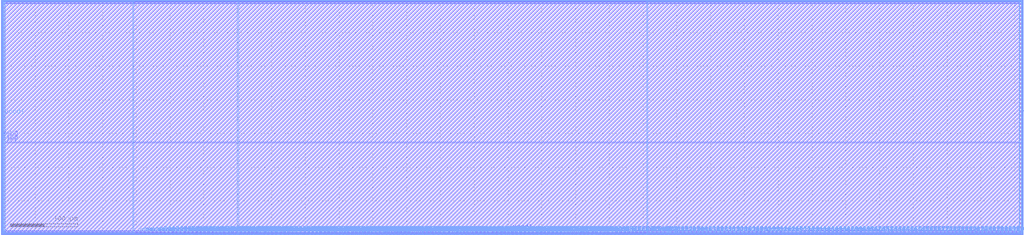
<source format=lef>
VERSION 5.4 ;
NAMESCASESENSITIVE ON ;
BUSBITCHARS "[]" ;
DIVIDERCHAR "/" ;
UNITS
  DATABASE MICRONS 2000 ;
END UNITS
MACRO sky130_sram_1kbytes_1rw1r_197x48_8
   CLASS BLOCK ;
   SIZE 1512.7 BY 348.54 ;
   SYMMETRY X Y R90 ;
   PIN din0[0]
      DIRECTION INPUT ;
      PORT
         LAYER met4 ;
         RECT  350.2 0.0 350.58 1.06 ;
      END
   END din0[0]
   PIN din0[1]
      DIRECTION INPUT ;
      PORT
         LAYER met4 ;
         RECT  356.32 0.0 356.7 1.06 ;
      END
   END din0[1]
   PIN din0[2]
      DIRECTION INPUT ;
      PORT
         LAYER met4 ;
         RECT  362.44 0.0 362.82 1.06 ;
      END
   END din0[2]
   PIN din0[3]
      DIRECTION INPUT ;
      PORT
         LAYER met4 ;
         RECT  368.56 0.0 368.94 1.06 ;
      END
   END din0[3]
   PIN din0[4]
      DIRECTION INPUT ;
      PORT
         LAYER met4 ;
         RECT  374.0 0.0 374.38 1.06 ;
      END
   END din0[4]
   PIN din0[5]
      DIRECTION INPUT ;
      PORT
         LAYER met4 ;
         RECT  380.12 0.0 380.5 1.06 ;
      END
   END din0[5]
   PIN din0[6]
      DIRECTION INPUT ;
      PORT
         LAYER met4 ;
         RECT  385.56 0.0 385.94 1.06 ;
      END
   END din0[6]
   PIN din0[7]
      DIRECTION INPUT ;
      PORT
         LAYER met4 ;
         RECT  391.68 0.0 392.06 1.06 ;
      END
   END din0[7]
   PIN din0[8]
      DIRECTION INPUT ;
      PORT
         LAYER met4 ;
         RECT  397.12 0.0 397.5 1.06 ;
      END
   END din0[8]
   PIN din0[9]
      DIRECTION INPUT ;
      PORT
         LAYER met4 ;
         RECT  403.24 0.0 403.62 1.06 ;
      END
   END din0[9]
   PIN din0[10]
      DIRECTION INPUT ;
      PORT
         LAYER met4 ;
         RECT  408.68 0.0 409.06 1.06 ;
      END
   END din0[10]
   PIN din0[11]
      DIRECTION INPUT ;
      PORT
         LAYER met4 ;
         RECT  414.8 0.0 415.18 1.06 ;
      END
   END din0[11]
   PIN din0[12]
      DIRECTION INPUT ;
      PORT
         LAYER met4 ;
         RECT  420.92 0.0 421.3 1.06 ;
      END
   END din0[12]
   PIN din0[13]
      DIRECTION INPUT ;
      PORT
         LAYER met4 ;
         RECT  427.04 0.0 427.42 1.06 ;
      END
   END din0[13]
   PIN din0[14]
      DIRECTION INPUT ;
      PORT
         LAYER met4 ;
         RECT  432.48 0.0 432.86 1.06 ;
      END
   END din0[14]
   PIN din0[15]
      DIRECTION INPUT ;
      PORT
         LAYER met4 ;
         RECT  438.6 0.0 438.98 1.06 ;
      END
   END din0[15]
   PIN din0[16]
      DIRECTION INPUT ;
      PORT
         LAYER met4 ;
         RECT  444.04 0.0 444.42 1.06 ;
      END
   END din0[16]
   PIN din0[17]
      DIRECTION INPUT ;
      PORT
         LAYER met4 ;
         RECT  450.16 0.0 450.54 1.06 ;
      END
   END din0[17]
   PIN din0[18]
      DIRECTION INPUT ;
      PORT
         LAYER met4 ;
         RECT  455.6 0.0 455.98 1.06 ;
      END
   END din0[18]
   PIN din0[19]
      DIRECTION INPUT ;
      PORT
         LAYER met4 ;
         RECT  461.72 0.0 462.1 1.06 ;
      END
   END din0[19]
   PIN din0[20]
      DIRECTION INPUT ;
      PORT
         LAYER met4 ;
         RECT  467.16 0.0 467.54 1.06 ;
      END
   END din0[20]
   PIN din0[21]
      DIRECTION INPUT ;
      PORT
         LAYER met4 ;
         RECT  473.28 0.0 473.66 1.06 ;
      END
   END din0[21]
   PIN din0[22]
      DIRECTION INPUT ;
      PORT
         LAYER met4 ;
         RECT  478.72 0.0 479.1 1.06 ;
      END
   END din0[22]
   PIN din0[23]
      DIRECTION INPUT ;
      PORT
         LAYER met4 ;
         RECT  484.84 0.0 485.22 1.06 ;
      END
   END din0[23]
   PIN din0[24]
      DIRECTION INPUT ;
      PORT
         LAYER met4 ;
         RECT  490.96 0.0 491.34 1.06 ;
      END
   END din0[24]
   PIN din0[25]
      DIRECTION INPUT ;
      PORT
         LAYER met4 ;
         RECT  496.4 0.0 496.78 1.06 ;
      END
   END din0[25]
   PIN din0[26]
      DIRECTION INPUT ;
      PORT
         LAYER met4 ;
         RECT  502.52 0.0 502.9 1.06 ;
      END
   END din0[26]
   PIN din0[27]
      DIRECTION INPUT ;
      PORT
         LAYER met4 ;
         RECT  507.96 0.0 508.34 1.06 ;
      END
   END din0[27]
   PIN din0[28]
      DIRECTION INPUT ;
      PORT
         LAYER met4 ;
         RECT  514.08 0.0 514.46 1.06 ;
      END
   END din0[28]
   PIN din0[29]
      DIRECTION INPUT ;
      PORT
         LAYER met4 ;
         RECT  520.2 0.0 520.58 1.06 ;
      END
   END din0[29]
   PIN din0[30]
      DIRECTION INPUT ;
      PORT
         LAYER met4 ;
         RECT  525.64 0.0 526.02 1.06 ;
      END
   END din0[30]
   PIN din0[31]
      DIRECTION INPUT ;
      PORT
         LAYER met4 ;
         RECT  531.76 0.0 532.14 1.06 ;
      END
   END din0[31]
   PIN din0[32]
      DIRECTION INPUT ;
      PORT
         LAYER met4 ;
         RECT  537.2 0.0 537.58 1.06 ;
      END
   END din0[32]
   PIN din0[33]
      DIRECTION INPUT ;
      PORT
         LAYER met4 ;
         RECT  543.32 0.0 543.7 1.06 ;
      END
   END din0[33]
   PIN din0[34]
      DIRECTION INPUT ;
      PORT
         LAYER met4 ;
         RECT  549.44 0.0 549.82 1.06 ;
      END
   END din0[34]
   PIN din0[35]
      DIRECTION INPUT ;
      PORT
         LAYER met4 ;
         RECT  554.88 0.0 555.26 1.06 ;
      END
   END din0[35]
   PIN din0[36]
      DIRECTION INPUT ;
      PORT
         LAYER met4 ;
         RECT  561.0 0.0 561.38 1.06 ;
      END
   END din0[36]
   PIN din0[37]
      DIRECTION INPUT ;
      PORT
         LAYER met4 ;
         RECT  566.44 0.0 566.82 1.06 ;
      END
   END din0[37]
   PIN din0[38]
      DIRECTION INPUT ;
      PORT
         LAYER met4 ;
         RECT  572.56 0.0 572.94 1.06 ;
      END
   END din0[38]
   PIN din0[39]
      DIRECTION INPUT ;
      PORT
         LAYER met4 ;
         RECT  578.68 0.0 579.06 1.06 ;
      END
   END din0[39]
   PIN din0[40]
      DIRECTION INPUT ;
      PORT
         LAYER met4 ;
         RECT  584.12 0.0 584.5 1.06 ;
      END
   END din0[40]
   PIN din0[41]
      DIRECTION INPUT ;
      PORT
         LAYER met4 ;
         RECT  590.24 0.0 590.62 1.06 ;
      END
   END din0[41]
   PIN din0[42]
      DIRECTION INPUT ;
      PORT
         LAYER met4 ;
         RECT  596.36 0.0 596.74 1.06 ;
      END
   END din0[42]
   PIN din0[43]
      DIRECTION INPUT ;
      PORT
         LAYER met4 ;
         RECT  601.8 0.0 602.18 1.06 ;
      END
   END din0[43]
   PIN din0[44]
      DIRECTION INPUT ;
      PORT
         LAYER met4 ;
         RECT  607.92 0.0 608.3 1.06 ;
      END
   END din0[44]
   PIN din0[45]
      DIRECTION INPUT ;
      PORT
         LAYER met4 ;
         RECT  613.36 0.0 613.74 1.06 ;
      END
   END din0[45]
   PIN din0[46]
      DIRECTION INPUT ;
      PORT
         LAYER met4 ;
         RECT  619.48 0.0 619.86 1.06 ;
      END
   END din0[46]
   PIN din0[47]
      DIRECTION INPUT ;
      PORT
         LAYER met4 ;
         RECT  624.92 0.0 625.3 1.06 ;
      END
   END din0[47]
   PIN din0[48]
      DIRECTION INPUT ;
      PORT
         LAYER met4 ;
         RECT  631.04 0.0 631.42 1.06 ;
      END
   END din0[48]
   PIN din0[49]
      DIRECTION INPUT ;
      PORT
         LAYER met4 ;
         RECT  636.48 0.0 636.86 1.06 ;
      END
   END din0[49]
   PIN din0[50]
      DIRECTION INPUT ;
      PORT
         LAYER met4 ;
         RECT  642.6 0.0 642.98 1.06 ;
      END
   END din0[50]
   PIN din0[51]
      DIRECTION INPUT ;
      PORT
         LAYER met4 ;
         RECT  648.04 0.0 648.42 1.06 ;
      END
   END din0[51]
   PIN din0[52]
      DIRECTION INPUT ;
      PORT
         LAYER met4 ;
         RECT  654.16 0.0 654.54 1.06 ;
      END
   END din0[52]
   PIN din0[53]
      DIRECTION INPUT ;
      PORT
         LAYER met4 ;
         RECT  660.28 0.0 660.66 1.06 ;
      END
   END din0[53]
   PIN din0[54]
      DIRECTION INPUT ;
      PORT
         LAYER met4 ;
         RECT  666.4 0.0 666.78 1.06 ;
      END
   END din0[54]
   PIN din0[55]
      DIRECTION INPUT ;
      PORT
         LAYER met4 ;
         RECT  671.84 0.0 672.22 1.06 ;
      END
   END din0[55]
   PIN din0[56]
      DIRECTION INPUT ;
      PORT
         LAYER met4 ;
         RECT  677.28 0.0 677.66 1.06 ;
      END
   END din0[56]
   PIN din0[57]
      DIRECTION INPUT ;
      PORT
         LAYER met4 ;
         RECT  683.4 0.0 683.78 1.06 ;
      END
   END din0[57]
   PIN din0[58]
      DIRECTION INPUT ;
      PORT
         LAYER met4 ;
         RECT  689.52 0.0 689.9 1.06 ;
      END
   END din0[58]
   PIN din0[59]
      DIRECTION INPUT ;
      PORT
         LAYER met4 ;
         RECT  694.96 0.0 695.34 1.06 ;
      END
   END din0[59]
   PIN din0[60]
      DIRECTION INPUT ;
      PORT
         LAYER met4 ;
         RECT  701.08 0.0 701.46 1.06 ;
      END
   END din0[60]
   PIN din0[61]
      DIRECTION INPUT ;
      PORT
         LAYER met4 ;
         RECT  707.2 0.0 707.58 1.06 ;
      END
   END din0[61]
   PIN din0[62]
      DIRECTION INPUT ;
      PORT
         LAYER met4 ;
         RECT  712.64 0.0 713.02 1.06 ;
      END
   END din0[62]
   PIN din0[63]
      DIRECTION INPUT ;
      PORT
         LAYER met4 ;
         RECT  718.76 0.0 719.14 1.06 ;
      END
   END din0[63]
   PIN din0[64]
      DIRECTION INPUT ;
      PORT
         LAYER met4 ;
         RECT  724.2 0.0 724.58 1.06 ;
      END
   END din0[64]
   PIN din0[65]
      DIRECTION INPUT ;
      PORT
         LAYER met4 ;
         RECT  730.32 0.0 730.7 1.06 ;
      END
   END din0[65]
   PIN din0[66]
      DIRECTION INPUT ;
      PORT
         LAYER met4 ;
         RECT  735.76 0.0 736.14 1.06 ;
      END
   END din0[66]
   PIN din0[67]
      DIRECTION INPUT ;
      PORT
         LAYER met4 ;
         RECT  741.88 0.0 742.26 1.06 ;
      END
   END din0[67]
   PIN din0[68]
      DIRECTION INPUT ;
      PORT
         LAYER met4 ;
         RECT  747.32 0.0 747.7 1.06 ;
      END
   END din0[68]
   PIN din0[69]
      DIRECTION INPUT ;
      PORT
         LAYER met4 ;
         RECT  753.44 0.0 753.82 1.06 ;
      END
   END din0[69]
   PIN din0[70]
      DIRECTION INPUT ;
      PORT
         LAYER met4 ;
         RECT  759.56 0.0 759.94 1.06 ;
      END
   END din0[70]
   PIN din0[71]
      DIRECTION INPUT ;
      PORT
         LAYER met4 ;
         RECT  765.0 0.0 765.38 1.06 ;
      END
   END din0[71]
   PIN din0[72]
      DIRECTION INPUT ;
      PORT
         LAYER met4 ;
         RECT  771.12 0.0 771.5 1.06 ;
      END
   END din0[72]
   PIN din0[73]
      DIRECTION INPUT ;
      PORT
         LAYER met4 ;
         RECT  776.56 0.0 776.94 1.06 ;
      END
   END din0[73]
   PIN din0[74]
      DIRECTION INPUT ;
      PORT
         LAYER met4 ;
         RECT  782.68 0.0 783.06 1.06 ;
      END
   END din0[74]
   PIN din0[75]
      DIRECTION INPUT ;
      PORT
         LAYER met4 ;
         RECT  788.8 0.0 789.18 1.06 ;
      END
   END din0[75]
   PIN din0[76]
      DIRECTION INPUT ;
      PORT
         LAYER met4 ;
         RECT  794.92 0.0 795.3 1.06 ;
      END
   END din0[76]
   PIN din0[77]
      DIRECTION INPUT ;
      PORT
         LAYER met4 ;
         RECT  800.36 0.0 800.74 1.06 ;
      END
   END din0[77]
   PIN din0[78]
      DIRECTION INPUT ;
      PORT
         LAYER met4 ;
         RECT  806.48 0.0 806.86 1.06 ;
      END
   END din0[78]
   PIN din0[79]
      DIRECTION INPUT ;
      PORT
         LAYER met4 ;
         RECT  811.92 0.0 812.3 1.06 ;
      END
   END din0[79]
   PIN din0[80]
      DIRECTION INPUT ;
      PORT
         LAYER met4 ;
         RECT  818.04 0.0 818.42 1.06 ;
      END
   END din0[80]
   PIN din0[81]
      DIRECTION INPUT ;
      PORT
         LAYER met4 ;
         RECT  823.48 0.0 823.86 1.06 ;
      END
   END din0[81]
   PIN din0[82]
      DIRECTION INPUT ;
      PORT
         LAYER met4 ;
         RECT  829.6 0.0 829.98 1.06 ;
      END
   END din0[82]
   PIN din0[83]
      DIRECTION INPUT ;
      PORT
         LAYER met4 ;
         RECT  835.72 0.0 836.1 1.06 ;
      END
   END din0[83]
   PIN din0[84]
      DIRECTION INPUT ;
      PORT
         LAYER met4 ;
         RECT  841.16 0.0 841.54 1.06 ;
      END
   END din0[84]
   PIN din0[85]
      DIRECTION INPUT ;
      PORT
         LAYER met4 ;
         RECT  847.28 0.0 847.66 1.06 ;
      END
   END din0[85]
   PIN din0[86]
      DIRECTION INPUT ;
      PORT
         LAYER met4 ;
         RECT  852.72 0.0 853.1 1.06 ;
      END
   END din0[86]
   PIN din0[87]
      DIRECTION INPUT ;
      PORT
         LAYER met4 ;
         RECT  858.84 0.0 859.22 1.06 ;
      END
   END din0[87]
   PIN din0[88]
      DIRECTION INPUT ;
      PORT
         LAYER met4 ;
         RECT  864.96 0.0 865.34 1.06 ;
      END
   END din0[88]
   PIN din0[89]
      DIRECTION INPUT ;
      PORT
         LAYER met4 ;
         RECT  870.4 0.0 870.78 1.06 ;
      END
   END din0[89]
   PIN din0[90]
      DIRECTION INPUT ;
      PORT
         LAYER met4 ;
         RECT  876.52 0.0 876.9 1.06 ;
      END
   END din0[90]
   PIN din0[91]
      DIRECTION INPUT ;
      PORT
         LAYER met4 ;
         RECT  881.96 0.0 882.34 1.06 ;
      END
   END din0[91]
   PIN din0[92]
      DIRECTION INPUT ;
      PORT
         LAYER met4 ;
         RECT  888.08 0.0 888.46 1.06 ;
      END
   END din0[92]
   PIN din0[93]
      DIRECTION INPUT ;
      PORT
         LAYER met4 ;
         RECT  894.2 0.0 894.58 1.06 ;
      END
   END din0[93]
   PIN din0[94]
      DIRECTION INPUT ;
      PORT
         LAYER met4 ;
         RECT  899.64 0.0 900.02 1.06 ;
      END
   END din0[94]
   PIN din0[95]
      DIRECTION INPUT ;
      PORT
         LAYER met4 ;
         RECT  905.08 0.0 905.46 1.06 ;
      END
   END din0[95]
   PIN din0[96]
      DIRECTION INPUT ;
      PORT
         LAYER met4 ;
         RECT  911.2 0.0 911.58 1.06 ;
      END
   END din0[96]
   PIN din0[97]
      DIRECTION INPUT ;
      PORT
         LAYER met4 ;
         RECT  917.32 0.0 917.7 1.06 ;
      END
   END din0[97]
   PIN din0[98]
      DIRECTION INPUT ;
      PORT
         LAYER met4 ;
         RECT  923.44 0.0 923.82 1.06 ;
      END
   END din0[98]
   PIN din0[99]
      DIRECTION INPUT ;
      PORT
         LAYER met4 ;
         RECT  928.88 0.0 929.26 1.06 ;
      END
   END din0[99]
   PIN din0[100]
      DIRECTION INPUT ;
      PORT
         LAYER met4 ;
         RECT  935.0 0.0 935.38 1.06 ;
      END
   END din0[100]
   PIN din0[101]
      DIRECTION INPUT ;
      PORT
         LAYER met4 ;
         RECT  940.44 0.0 940.82 1.06 ;
      END
   END din0[101]
   PIN din0[102]
      DIRECTION INPUT ;
      PORT
         LAYER met4 ;
         RECT  946.56 0.0 946.94 1.06 ;
      END
   END din0[102]
   PIN din0[103]
      DIRECTION INPUT ;
      PORT
         LAYER met4 ;
         RECT  952.0 0.0 952.38 1.06 ;
      END
   END din0[103]
   PIN din0[104]
      DIRECTION INPUT ;
      PORT
         LAYER met4 ;
         RECT  958.12 0.0 958.5 1.06 ;
      END
   END din0[104]
   PIN din0[105]
      DIRECTION INPUT ;
      PORT
         LAYER met4 ;
         RECT  963.56 0.0 963.94 1.06 ;
      END
   END din0[105]
   PIN din0[106]
      DIRECTION INPUT ;
      PORT
         LAYER met4 ;
         RECT  969.68 0.0 970.06 1.06 ;
      END
   END din0[106]
   PIN din0[107]
      DIRECTION INPUT ;
      PORT
         LAYER met4 ;
         RECT  975.12 0.0 975.5 1.06 ;
      END
   END din0[107]
   PIN din0[108]
      DIRECTION INPUT ;
      PORT
         LAYER met4 ;
         RECT  981.24 0.0 981.62 1.06 ;
      END
   END din0[108]
   PIN din0[109]
      DIRECTION INPUT ;
      PORT
         LAYER met4 ;
         RECT  987.36 0.0 987.74 1.06 ;
      END
   END din0[109]
   PIN din0[110]
      DIRECTION INPUT ;
      PORT
         LAYER met4 ;
         RECT  993.48 0.0 993.86 1.06 ;
      END
   END din0[110]
   PIN din0[111]
      DIRECTION INPUT ;
      PORT
         LAYER met4 ;
         RECT  998.92 0.0 999.3 1.06 ;
      END
   END din0[111]
   PIN din0[112]
      DIRECTION INPUT ;
      PORT
         LAYER met4 ;
         RECT  1005.04 0.0 1005.42 1.06 ;
      END
   END din0[112]
   PIN din0[113]
      DIRECTION INPUT ;
      PORT
         LAYER met4 ;
         RECT  1010.48 0.0 1010.86 1.06 ;
      END
   END din0[113]
   PIN din0[114]
      DIRECTION INPUT ;
      PORT
         LAYER met4 ;
         RECT  1016.6 0.0 1016.98 1.06 ;
      END
   END din0[114]
   PIN din0[115]
      DIRECTION INPUT ;
      PORT
         LAYER met4 ;
         RECT  1022.04 0.0 1022.42 1.06 ;
      END
   END din0[115]
   PIN din0[116]
      DIRECTION INPUT ;
      PORT
         LAYER met4 ;
         RECT  1028.16 0.0 1028.54 1.06 ;
      END
   END din0[116]
   PIN din0[117]
      DIRECTION INPUT ;
      PORT
         LAYER met4 ;
         RECT  1033.6 0.0 1033.98 1.06 ;
      END
   END din0[117]
   PIN din0[118]
      DIRECTION INPUT ;
      PORT
         LAYER met4 ;
         RECT  1039.72 0.0 1040.1 1.06 ;
      END
   END din0[118]
   PIN din0[119]
      DIRECTION INPUT ;
      PORT
         LAYER met4 ;
         RECT  1045.84 0.0 1046.22 1.06 ;
      END
   END din0[119]
   PIN din0[120]
      DIRECTION INPUT ;
      PORT
         LAYER met4 ;
         RECT  1051.28 0.0 1051.66 1.06 ;
      END
   END din0[120]
   PIN din0[121]
      DIRECTION INPUT ;
      PORT
         LAYER met4 ;
         RECT  1057.4 0.0 1057.78 1.06 ;
      END
   END din0[121]
   PIN din0[122]
      DIRECTION INPUT ;
      PORT
         LAYER met4 ;
         RECT  1063.52 0.0 1063.9 1.06 ;
      END
   END din0[122]
   PIN din0[123]
      DIRECTION INPUT ;
      PORT
         LAYER met4 ;
         RECT  1068.96 0.0 1069.34 1.06 ;
      END
   END din0[123]
   PIN din0[124]
      DIRECTION INPUT ;
      PORT
         LAYER met4 ;
         RECT  1075.08 0.0 1075.46 1.06 ;
      END
   END din0[124]
   PIN din0[125]
      DIRECTION INPUT ;
      PORT
         LAYER met4 ;
         RECT  1080.52 0.0 1080.9 1.06 ;
      END
   END din0[125]
   PIN din0[126]
      DIRECTION INPUT ;
      PORT
         LAYER met4 ;
         RECT  1086.64 0.0 1087.02 1.06 ;
      END
   END din0[126]
   PIN din0[127]
      DIRECTION INPUT ;
      PORT
         LAYER met4 ;
         RECT  1092.08 0.0 1092.46 1.06 ;
      END
   END din0[127]
   PIN din0[128]
      DIRECTION INPUT ;
      PORT
         LAYER met4 ;
         RECT  1098.2 0.0 1098.58 1.06 ;
      END
   END din0[128]
   PIN din0[129]
      DIRECTION INPUT ;
      PORT
         LAYER met4 ;
         RECT  1104.32 0.0 1104.7 1.06 ;
      END
   END din0[129]
   PIN din0[130]
      DIRECTION INPUT ;
      PORT
         LAYER met4 ;
         RECT  1109.76 0.0 1110.14 1.06 ;
      END
   END din0[130]
   PIN din0[131]
      DIRECTION INPUT ;
      PORT
         LAYER met4 ;
         RECT  1115.88 0.0 1116.26 1.06 ;
      END
   END din0[131]
   PIN din0[132]
      DIRECTION INPUT ;
      PORT
         LAYER met4 ;
         RECT  1121.32 0.0 1121.7 1.06 ;
      END
   END din0[132]
   PIN din0[133]
      DIRECTION INPUT ;
      PORT
         LAYER met4 ;
         RECT  1127.44 0.0 1127.82 1.06 ;
      END
   END din0[133]
   PIN din0[134]
      DIRECTION INPUT ;
      PORT
         LAYER met4 ;
         RECT  1132.88 0.0 1133.26 1.06 ;
      END
   END din0[134]
   PIN din0[135]
      DIRECTION INPUT ;
      PORT
         LAYER met4 ;
         RECT  1139.0 0.0 1139.38 1.06 ;
      END
   END din0[135]
   PIN din0[136]
      DIRECTION INPUT ;
      PORT
         LAYER met4 ;
         RECT  1144.44 0.0 1144.82 1.06 ;
      END
   END din0[136]
   PIN din0[137]
      DIRECTION INPUT ;
      PORT
         LAYER met4 ;
         RECT  1150.56 0.0 1150.94 1.06 ;
      END
   END din0[137]
   PIN din0[138]
      DIRECTION INPUT ;
      PORT
         LAYER met4 ;
         RECT  1156.68 0.0 1157.06 1.06 ;
      END
   END din0[138]
   PIN din0[139]
      DIRECTION INPUT ;
      PORT
         LAYER met4 ;
         RECT  1162.8 0.0 1163.18 1.06 ;
      END
   END din0[139]
   PIN din0[140]
      DIRECTION INPUT ;
      PORT
         LAYER met4 ;
         RECT  1168.24 0.0 1168.62 1.06 ;
      END
   END din0[140]
   PIN din0[141]
      DIRECTION INPUT ;
      PORT
         LAYER met4 ;
         RECT  1174.36 0.0 1174.74 1.06 ;
      END
   END din0[141]
   PIN din0[142]
      DIRECTION INPUT ;
      PORT
         LAYER met4 ;
         RECT  1179.8 0.0 1180.18 1.06 ;
      END
   END din0[142]
   PIN din0[143]
      DIRECTION INPUT ;
      PORT
         LAYER met4 ;
         RECT  1185.92 0.0 1186.3 1.06 ;
      END
   END din0[143]
   PIN din0[144]
      DIRECTION INPUT ;
      PORT
         LAYER met4 ;
         RECT  1192.04 0.0 1192.42 1.06 ;
      END
   END din0[144]
   PIN din0[145]
      DIRECTION INPUT ;
      PORT
         LAYER met4 ;
         RECT  1197.48 0.0 1197.86 1.06 ;
      END
   END din0[145]
   PIN din0[146]
      DIRECTION INPUT ;
      PORT
         LAYER met4 ;
         RECT  1203.6 0.0 1203.98 1.06 ;
      END
   END din0[146]
   PIN din0[147]
      DIRECTION INPUT ;
      PORT
         LAYER met4 ;
         RECT  1209.04 0.0 1209.42 1.06 ;
      END
   END din0[147]
   PIN din0[148]
      DIRECTION INPUT ;
      PORT
         LAYER met4 ;
         RECT  1215.16 0.0 1215.54 1.06 ;
      END
   END din0[148]
   PIN din0[149]
      DIRECTION INPUT ;
      PORT
         LAYER met4 ;
         RECT  1221.28 0.0 1221.66 1.06 ;
      END
   END din0[149]
   PIN din0[150]
      DIRECTION INPUT ;
      PORT
         LAYER met4 ;
         RECT  1226.72 0.0 1227.1 1.06 ;
      END
   END din0[150]
   PIN din0[151]
      DIRECTION INPUT ;
      PORT
         LAYER met4 ;
         RECT  1232.84 0.0 1233.22 1.06 ;
      END
   END din0[151]
   PIN din0[152]
      DIRECTION INPUT ;
      PORT
         LAYER met4 ;
         RECT  1238.28 0.0 1238.66 1.06 ;
      END
   END din0[152]
   PIN din0[153]
      DIRECTION INPUT ;
      PORT
         LAYER met4 ;
         RECT  1244.4 0.0 1244.78 1.06 ;
      END
   END din0[153]
   PIN din0[154]
      DIRECTION INPUT ;
      PORT
         LAYER met4 ;
         RECT  1249.84 0.0 1250.22 1.06 ;
      END
   END din0[154]
   PIN din0[155]
      DIRECTION INPUT ;
      PORT
         LAYER met4 ;
         RECT  1255.96 0.0 1256.34 1.06 ;
      END
   END din0[155]
   PIN din0[156]
      DIRECTION INPUT ;
      PORT
         LAYER met4 ;
         RECT  1261.4 0.0 1261.78 1.06 ;
      END
   END din0[156]
   PIN din0[157]
      DIRECTION INPUT ;
      PORT
         LAYER met4 ;
         RECT  1267.52 0.0 1267.9 1.06 ;
      END
   END din0[157]
   PIN din0[158]
      DIRECTION INPUT ;
      PORT
         LAYER met4 ;
         RECT  1272.96 0.0 1273.34 1.06 ;
      END
   END din0[158]
   PIN din0[159]
      DIRECTION INPUT ;
      PORT
         LAYER met4 ;
         RECT  1279.08 0.0 1279.46 1.06 ;
      END
   END din0[159]
   PIN din0[160]
      DIRECTION INPUT ;
      PORT
         LAYER met4 ;
         RECT  1285.2 0.0 1285.58 1.06 ;
      END
   END din0[160]
   PIN din0[161]
      DIRECTION INPUT ;
      PORT
         LAYER met4 ;
         RECT  1290.64 0.0 1291.02 1.06 ;
      END
   END din0[161]
   PIN din0[162]
      DIRECTION INPUT ;
      PORT
         LAYER met4 ;
         RECT  1296.76 0.0 1297.14 1.06 ;
      END
   END din0[162]
   PIN din0[163]
      DIRECTION INPUT ;
      PORT
         LAYER met4 ;
         RECT  1302.88 0.0 1303.26 1.06 ;
      END
   END din0[163]
   PIN din0[164]
      DIRECTION INPUT ;
      PORT
         LAYER met4 ;
         RECT  1308.32 0.0 1308.7 1.06 ;
      END
   END din0[164]
   PIN din0[165]
      DIRECTION INPUT ;
      PORT
         LAYER met4 ;
         RECT  1314.44 0.0 1314.82 1.06 ;
      END
   END din0[165]
   PIN din0[166]
      DIRECTION INPUT ;
      PORT
         LAYER met4 ;
         RECT  1319.88 0.0 1320.26 1.06 ;
      END
   END din0[166]
   PIN din0[167]
      DIRECTION INPUT ;
      PORT
         LAYER met4 ;
         RECT  1326.0 0.0 1326.38 1.06 ;
      END
   END din0[167]
   PIN din0[168]
      DIRECTION INPUT ;
      PORT
         LAYER met4 ;
         RECT  1332.12 0.0 1332.5 1.06 ;
      END
   END din0[168]
   PIN din0[169]
      DIRECTION INPUT ;
      PORT
         LAYER met4 ;
         RECT  1337.56 0.0 1337.94 1.06 ;
      END
   END din0[169]
   PIN din0[170]
      DIRECTION INPUT ;
      PORT
         LAYER met4 ;
         RECT  1343.68 0.0 1344.06 1.06 ;
      END
   END din0[170]
   PIN din0[171]
      DIRECTION INPUT ;
      PORT
         LAYER met4 ;
         RECT  1349.12 0.0 1349.5 1.06 ;
      END
   END din0[171]
   PIN din0[172]
      DIRECTION INPUT ;
      PORT
         LAYER met4 ;
         RECT  1355.24 0.0 1355.62 1.06 ;
      END
   END din0[172]
   PIN din0[173]
      DIRECTION INPUT ;
      PORT
         LAYER met4 ;
         RECT  1360.68 0.0 1361.06 1.06 ;
      END
   END din0[173]
   PIN din0[174]
      DIRECTION INPUT ;
      PORT
         LAYER met4 ;
         RECT  1366.8 0.0 1367.18 1.06 ;
      END
   END din0[174]
   PIN din0[175]
      DIRECTION INPUT ;
      PORT
         LAYER met4 ;
         RECT  1372.24 0.0 1372.62 1.06 ;
      END
   END din0[175]
   PIN din0[176]
      DIRECTION INPUT ;
      PORT
         LAYER met4 ;
         RECT  1378.36 0.0 1378.74 1.06 ;
      END
   END din0[176]
   PIN din0[177]
      DIRECTION INPUT ;
      PORT
         LAYER met4 ;
         RECT  1384.48 0.0 1384.86 1.06 ;
      END
   END din0[177]
   PIN din0[178]
      DIRECTION INPUT ;
      PORT
         LAYER met4 ;
         RECT  1389.92 0.0 1390.3 1.06 ;
      END
   END din0[178]
   PIN din0[179]
      DIRECTION INPUT ;
      PORT
         LAYER met4 ;
         RECT  1396.04 0.0 1396.42 1.06 ;
      END
   END din0[179]
   PIN din0[180]
      DIRECTION INPUT ;
      PORT
         LAYER met4 ;
         RECT  1401.48 0.0 1401.86 1.06 ;
      END
   END din0[180]
   PIN din0[181]
      DIRECTION INPUT ;
      PORT
         LAYER met4 ;
         RECT  1407.6 0.0 1407.98 1.06 ;
      END
   END din0[181]
   PIN din0[182]
      DIRECTION INPUT ;
      PORT
         LAYER met4 ;
         RECT  1413.72 0.0 1414.1 1.06 ;
      END
   END din0[182]
   PIN din0[183]
      DIRECTION INPUT ;
      PORT
         LAYER met4 ;
         RECT  1419.16 0.0 1419.54 1.06 ;
      END
   END din0[183]
   PIN din0[184]
      DIRECTION INPUT ;
      PORT
         LAYER met4 ;
         RECT  1425.28 0.0 1425.66 1.06 ;
      END
   END din0[184]
   PIN din0[185]
      DIRECTION INPUT ;
      PORT
         LAYER met4 ;
         RECT  1430.72 0.0 1431.1 1.06 ;
      END
   END din0[185]
   PIN din0[186]
      DIRECTION INPUT ;
      PORT
         LAYER met4 ;
         RECT  1436.84 0.0 1437.22 1.06 ;
      END
   END din0[186]
   PIN din0[187]
      DIRECTION INPUT ;
      PORT
         LAYER met4 ;
         RECT  1442.28 0.0 1442.66 1.06 ;
      END
   END din0[187]
   PIN din0[188]
      DIRECTION INPUT ;
      PORT
         LAYER met4 ;
         RECT  1448.4 0.0 1448.78 1.06 ;
      END
   END din0[188]
   PIN din0[189]
      DIRECTION INPUT ;
      PORT
         LAYER met4 ;
         RECT  1454.52 0.0 1454.9 1.06 ;
      END
   END din0[189]
   PIN din0[190]
      DIRECTION INPUT ;
      PORT
         LAYER met4 ;
         RECT  1460.64 0.0 1461.02 1.06 ;
      END
   END din0[190]
   PIN din0[191]
      DIRECTION INPUT ;
      PORT
         LAYER met4 ;
         RECT  1466.08 0.0 1466.46 1.06 ;
      END
   END din0[191]
   PIN din0[192]
      DIRECTION INPUT ;
      PORT
         LAYER met4 ;
         RECT  1472.2 0.0 1472.58 1.06 ;
      END
   END din0[192]
   PIN din0[193]
      DIRECTION INPUT ;
      PORT
         LAYER met4 ;
         RECT  1477.64 0.0 1478.02 1.06 ;
      END
   END din0[193]
   PIN din0[194]
      DIRECTION INPUT ;
      PORT
         LAYER met4 ;
         RECT  1483.76 0.0 1484.14 1.06 ;
      END
   END din0[194]
   PIN din0[195]
      DIRECTION INPUT ;
      PORT
         LAYER met4 ;
         RECT  1489.88 0.0 1490.26 1.06 ;
      END
   END din0[195]
   PIN din0[196]
      DIRECTION INPUT ;
      PORT
         LAYER met4 ;
         RECT  1495.32 0.0 1495.7 1.06 ;
      END
   END din0[196]
   PIN addr0[0]
      DIRECTION INPUT ;
      PORT
         LAYER met4 ;
         RECT  195.16 347.48 195.54 348.54 ;
      END
   END addr0[0]
   PIN addr0[1]
      DIRECTION INPUT ;
      PORT
         LAYER met4 ;
         RECT  190.4 347.48 190.78 348.54 ;
      END
   END addr0[1]
   PIN addr0[2]
      DIRECTION INPUT ;
      PORT
         LAYER met4 ;
         RECT  194.48 347.48 194.86 348.54 ;
      END
   END addr0[2]
   PIN addr0[3]
      DIRECTION INPUT ;
      PORT
         LAYER met4 ;
         RECT  191.08 347.48 191.46 348.54 ;
      END
   END addr0[3]
   PIN addr0[4]
      DIRECTION INPUT ;
      PORT
         LAYER met4 ;
         RECT  193.8 347.48 194.18 348.54 ;
      END
   END addr0[4]
   PIN addr0[5]
      DIRECTION INPUT ;
      PORT
         LAYER met4 ;
         RECT  193.12 347.48 193.5 348.54 ;
      END
   END addr0[5]
   PIN addr1[0]
      DIRECTION INPUT ;
      PORT
         LAYER met4 ;
         RECT  956.08 347.48 956.46 348.54 ;
      END
   END addr1[0]
   PIN addr1[1]
      DIRECTION INPUT ;
      PORT
         LAYER met4 ;
         RECT  955.4 347.48 955.78 348.54 ;
      END
   END addr1[1]
   PIN addr1[2]
      DIRECTION INPUT ;
      PORT
         LAYER met4 ;
         RECT  958.12 347.48 958.5 348.54 ;
      END
   END addr1[2]
   PIN addr1[3]
      DIRECTION INPUT ;
      PORT
         LAYER met4 ;
         RECT  954.04 0.0 954.42 1.06 ;
      END
   END addr1[3]
   PIN addr1[4]
      DIRECTION INPUT ;
      PORT
         LAYER met4 ;
         RECT  954.72 0.0 955.1 1.06 ;
      END
   END addr1[4]
   PIN addr1[5]
      DIRECTION INPUT ;
      PORT
         LAYER met4 ;
         RECT  955.4 0.0 955.78 1.06 ;
      END
   END addr1[5]
   PIN csb0
      DIRECTION INPUT ;
      PORT
         LAYER met3 ;
         RECT  0.0 136.68 1.06 137.06 ;
      END
   END csb0
   PIN csb1
      DIRECTION INPUT ;
      PORT
         LAYER met4 ;
         RECT  1134.24 347.48 1134.62 348.54 ;
      END
   END csb1
   PIN web0
      DIRECTION INPUT ;
      PORT
         LAYER met3 ;
         RECT  0.0 142.8 1.06 143.18 ;
      END
   END web0
   PIN clk0
      DIRECTION INPUT ;
      PORT
         LAYER met3 ;
         RECT  0.0 134.64 1.06 135.02 ;
      END
   END clk0
   PIN clk1
      DIRECTION INPUT ;
      PORT
         LAYER met4 ;
         RECT  1117.24 347.48 1117.62 348.54 ;
      END
   END clk1
   PIN wmask0[0]
      DIRECTION INPUT ;
      PORT
         LAYER met4 ;
         RECT  204.68 0.0 205.06 1.06 ;
      END
   END wmask0[0]
   PIN wmask0[1]
      DIRECTION INPUT ;
      PORT
         LAYER met4 ;
         RECT  210.8 0.0 211.18 1.06 ;
      END
   END wmask0[1]
   PIN wmask0[2]
      DIRECTION INPUT ;
      PORT
         LAYER met4 ;
         RECT  216.24 0.0 216.62 1.06 ;
      END
   END wmask0[2]
   PIN wmask0[3]
      DIRECTION INPUT ;
      PORT
         LAYER met4 ;
         RECT  222.36 0.0 222.74 1.06 ;
      END
   END wmask0[3]
   PIN wmask0[4]
      DIRECTION INPUT ;
      PORT
         LAYER met4 ;
         RECT  228.48 0.0 228.86 1.06 ;
      END
   END wmask0[4]
   PIN wmask0[5]
      DIRECTION INPUT ;
      PORT
         LAYER met4 ;
         RECT  233.92 0.0 234.3 1.06 ;
      END
   END wmask0[5]
   PIN wmask0[6]
      DIRECTION INPUT ;
      PORT
         LAYER met4 ;
         RECT  240.04 0.0 240.42 1.06 ;
      END
   END wmask0[6]
   PIN wmask0[7]
      DIRECTION INPUT ;
      PORT
         LAYER met4 ;
         RECT  245.48 0.0 245.86 1.06 ;
      END
   END wmask0[7]
   PIN wmask0[8]
      DIRECTION INPUT ;
      PORT
         LAYER met4 ;
         RECT  251.6 0.0 251.98 1.06 ;
      END
   END wmask0[8]
   PIN wmask0[9]
      DIRECTION INPUT ;
      PORT
         LAYER met4 ;
         RECT  257.04 0.0 257.42 1.06 ;
      END
   END wmask0[9]
   PIN wmask0[10]
      DIRECTION INPUT ;
      PORT
         LAYER met4 ;
         RECT  263.16 0.0 263.54 1.06 ;
      END
   END wmask0[10]
   PIN wmask0[11]
      DIRECTION INPUT ;
      PORT
         LAYER met4 ;
         RECT  269.28 0.0 269.66 1.06 ;
      END
   END wmask0[11]
   PIN wmask0[12]
      DIRECTION INPUT ;
      PORT
         LAYER met4 ;
         RECT  274.72 0.0 275.1 1.06 ;
      END
   END wmask0[12]
   PIN wmask0[13]
      DIRECTION INPUT ;
      PORT
         LAYER met4 ;
         RECT  280.16 0.0 280.54 1.06 ;
      END
   END wmask0[13]
   PIN wmask0[14]
      DIRECTION INPUT ;
      PORT
         LAYER met4 ;
         RECT  286.28 0.0 286.66 1.06 ;
      END
   END wmask0[14]
   PIN wmask0[15]
      DIRECTION INPUT ;
      PORT
         LAYER met4 ;
         RECT  292.4 0.0 292.78 1.06 ;
      END
   END wmask0[15]
   PIN wmask0[16]
      DIRECTION INPUT ;
      PORT
         LAYER met4 ;
         RECT  298.52 0.0 298.9 1.06 ;
      END
   END wmask0[16]
   PIN wmask0[17]
      DIRECTION INPUT ;
      PORT
         LAYER met4 ;
         RECT  303.96 0.0 304.34 1.06 ;
      END
   END wmask0[17]
   PIN wmask0[18]
      DIRECTION INPUT ;
      PORT
         LAYER met4 ;
         RECT  310.08 0.0 310.46 1.06 ;
      END
   END wmask0[18]
   PIN wmask0[19]
      DIRECTION INPUT ;
      PORT
         LAYER met4 ;
         RECT  315.52 0.0 315.9 1.06 ;
      END
   END wmask0[19]
   PIN wmask0[20]
      DIRECTION INPUT ;
      PORT
         LAYER met4 ;
         RECT  321.64 0.0 322.02 1.06 ;
      END
   END wmask0[20]
   PIN wmask0[21]
      DIRECTION INPUT ;
      PORT
         LAYER met4 ;
         RECT  327.08 0.0 327.46 1.06 ;
      END
   END wmask0[21]
   PIN wmask0[22]
      DIRECTION INPUT ;
      PORT
         LAYER met4 ;
         RECT  333.2 0.0 333.58 1.06 ;
      END
   END wmask0[22]
   PIN wmask0[23]
      DIRECTION INPUT ;
      PORT
         LAYER met4 ;
         RECT  338.64 0.0 339.02 1.06 ;
      END
   END wmask0[23]
   PIN wmask0[24]
      DIRECTION INPUT ;
      PORT
         LAYER met4 ;
         RECT  344.76 0.0 345.14 1.06 ;
      END
   END wmask0[24]
   PIN dout0[0]
      DIRECTION OUTPUT ;
      PORT
         LAYER met4 ;
         RECT  265.88 0.0 266.26 1.06 ;
      END
   END dout0[0]
   PIN dout0[1]
      DIRECTION OUTPUT ;
      PORT
         LAYER met4 ;
         RECT  272.0 0.0 272.38 1.06 ;
      END
   END dout0[1]
   PIN dout0[2]
      DIRECTION OUTPUT ;
      PORT
         LAYER met4 ;
         RECT  275.4 0.0 275.78 1.06 ;
      END
   END dout0[2]
   PIN dout0[3]
      DIRECTION OUTPUT ;
      PORT
         LAYER met4 ;
         RECT  276.76 0.0 277.14 1.06 ;
      END
   END dout0[3]
   PIN dout0[4]
      DIRECTION OUTPUT ;
      PORT
         LAYER met4 ;
         RECT  281.52 0.0 281.9 1.06 ;
      END
   END dout0[4]
   PIN dout0[5]
      DIRECTION OUTPUT ;
      PORT
         LAYER met4 ;
         RECT  282.88 0.0 283.26 1.06 ;
      END
   END dout0[5]
   PIN dout0[6]
      DIRECTION OUTPUT ;
      PORT
         LAYER met4 ;
         RECT  287.64 0.0 288.02 1.06 ;
      END
   END dout0[6]
   PIN dout0[7]
      DIRECTION OUTPUT ;
      PORT
         LAYER met4 ;
         RECT  291.72 0.0 292.1 1.06 ;
      END
   END dout0[7]
   PIN dout0[8]
      DIRECTION OUTPUT ;
      PORT
         LAYER met4 ;
         RECT  294.44 0.0 294.82 1.06 ;
      END
   END dout0[8]
   PIN dout0[9]
      DIRECTION OUTPUT ;
      PORT
         LAYER met4 ;
         RECT  297.84 0.0 298.22 1.06 ;
      END
   END dout0[9]
   PIN dout0[10]
      DIRECTION OUTPUT ;
      PORT
         LAYER met4 ;
         RECT  300.56 0.0 300.94 1.06 ;
      END
   END dout0[10]
   PIN dout0[11]
      DIRECTION OUTPUT ;
      PORT
         LAYER met4 ;
         RECT  303.28 0.0 303.66 1.06 ;
      END
   END dout0[11]
   PIN dout0[12]
      DIRECTION OUTPUT ;
      PORT
         LAYER met4 ;
         RECT  304.64 0.0 305.02 1.06 ;
      END
   END dout0[12]
   PIN dout0[13]
      DIRECTION OUTPUT ;
      PORT
         LAYER met4 ;
         RECT  307.36 0.0 307.74 1.06 ;
      END
   END dout0[13]
   PIN dout0[14]
      DIRECTION OUTPUT ;
      PORT
         LAYER met4 ;
         RECT  310.76 0.0 311.14 1.06 ;
      END
   END dout0[14]
   PIN dout0[15]
      DIRECTION OUTPUT ;
      PORT
         LAYER met4 ;
         RECT  316.2 0.0 316.58 1.06 ;
      END
   END dout0[15]
   PIN dout0[16]
      DIRECTION OUTPUT ;
      PORT
         LAYER met4 ;
         RECT  318.92 0.0 319.3 1.06 ;
      END
   END dout0[16]
   PIN dout0[17]
      DIRECTION OUTPUT ;
      PORT
         LAYER met4 ;
         RECT  322.32 0.0 322.7 1.06 ;
      END
   END dout0[17]
   PIN dout0[18]
      DIRECTION OUTPUT ;
      PORT
         LAYER met4 ;
         RECT  323.68 0.0 324.06 1.06 ;
      END
   END dout0[18]
   PIN dout0[19]
      DIRECTION OUTPUT ;
      PORT
         LAYER met4 ;
         RECT  328.44 0.0 328.82 1.06 ;
      END
   END dout0[19]
   PIN dout0[20]
      DIRECTION OUTPUT ;
      PORT
         LAYER met4 ;
         RECT  329.8 0.0 330.18 1.06 ;
      END
   END dout0[20]
   PIN dout0[21]
      DIRECTION OUTPUT ;
      PORT
         LAYER met4 ;
         RECT  334.56 0.0 334.94 1.06 ;
      END
   END dout0[21]
   PIN dout0[22]
      DIRECTION OUTPUT ;
      PORT
         LAYER met4 ;
         RECT  335.92 0.0 336.3 1.06 ;
      END
   END dout0[22]
   PIN dout0[23]
      DIRECTION OUTPUT ;
      PORT
         LAYER met4 ;
         RECT  341.36 0.0 341.74 1.06 ;
      END
   END dout0[23]
   PIN dout0[24]
      DIRECTION OUTPUT ;
      PORT
         LAYER met4 ;
         RECT  342.04 0.0 342.42 1.06 ;
      END
   END dout0[24]
   PIN dout0[25]
      DIRECTION OUTPUT ;
      PORT
         LAYER met4 ;
         RECT  347.48 0.0 347.86 1.06 ;
      END
   END dout0[25]
   PIN dout0[26]
      DIRECTION OUTPUT ;
      PORT
         LAYER met4 ;
         RECT  348.16 0.0 348.54 1.06 ;
      END
   END dout0[26]
   PIN dout0[27]
      DIRECTION OUTPUT ;
      PORT
         LAYER met4 ;
         RECT  354.28 0.0 354.66 1.06 ;
      END
   END dout0[27]
   PIN dout0[28]
      DIRECTION OUTPUT ;
      PORT
         LAYER met4 ;
         RECT  357.0 0.0 357.38 1.06 ;
      END
   END dout0[28]
   PIN dout0[29]
      DIRECTION OUTPUT ;
      PORT
         LAYER met4 ;
         RECT  359.72 0.0 360.1 1.06 ;
      END
   END dout0[29]
   PIN dout0[30]
      DIRECTION OUTPUT ;
      PORT
         LAYER met4 ;
         RECT  361.76 0.0 362.14 1.06 ;
      END
   END dout0[30]
   PIN dout0[31]
      DIRECTION OUTPUT ;
      PORT
         LAYER met4 ;
         RECT  365.84 0.0 366.22 1.06 ;
      END
   END dout0[31]
   PIN dout0[32]
      DIRECTION OUTPUT ;
      PORT
         LAYER met4 ;
         RECT  369.24 0.0 369.62 1.06 ;
      END
   END dout0[32]
   PIN dout0[33]
      DIRECTION OUTPUT ;
      PORT
         LAYER met4 ;
         RECT  371.96 0.0 372.34 1.06 ;
      END
   END dout0[33]
   PIN dout0[34]
      DIRECTION OUTPUT ;
      PORT
         LAYER met4 ;
         RECT  373.32 0.0 373.7 1.06 ;
      END
   END dout0[34]
   PIN dout0[35]
      DIRECTION OUTPUT ;
      PORT
         LAYER met4 ;
         RECT  376.72 0.0 377.1 1.06 ;
      END
   END dout0[35]
   PIN dout0[36]
      DIRECTION OUTPUT ;
      PORT
         LAYER met4 ;
         RECT  379.44 0.0 379.82 1.06 ;
      END
   END dout0[36]
   PIN dout0[37]
      DIRECTION OUTPUT ;
      PORT
         LAYER met4 ;
         RECT  382.84 0.0 383.22 1.06 ;
      END
   END dout0[37]
   PIN dout0[38]
      DIRECTION OUTPUT ;
      PORT
         LAYER met4 ;
         RECT  387.6 0.0 387.98 1.06 ;
      END
   END dout0[38]
   PIN dout0[39]
      DIRECTION OUTPUT ;
      PORT
         LAYER met4 ;
         RECT  391.0 0.0 391.38 1.06 ;
      END
   END dout0[39]
   PIN dout0[40]
      DIRECTION OUTPUT ;
      PORT
         LAYER met4 ;
         RECT  392.36 0.0 392.74 1.06 ;
      END
   END dout0[40]
   PIN dout0[41]
      DIRECTION OUTPUT ;
      PORT
         LAYER met4 ;
         RECT  397.8 0.0 398.18 1.06 ;
      END
   END dout0[41]
   PIN dout0[42]
      DIRECTION OUTPUT ;
      PORT
         LAYER met4 ;
         RECT  398.48 0.0 398.86 1.06 ;
      END
   END dout0[42]
   PIN dout0[43]
      DIRECTION OUTPUT ;
      PORT
         LAYER met4 ;
         RECT  403.92 0.0 404.3 1.06 ;
      END
   END dout0[43]
   PIN dout0[44]
      DIRECTION OUTPUT ;
      PORT
         LAYER met4 ;
         RECT  404.6 0.0 404.98 1.06 ;
      END
   END dout0[44]
   PIN dout0[45]
      DIRECTION OUTPUT ;
      PORT
         LAYER met4 ;
         RECT  409.36 0.0 409.74 1.06 ;
      END
   END dout0[45]
   PIN dout0[46]
      DIRECTION OUTPUT ;
      PORT
         LAYER met4 ;
         RECT  410.72 0.0 411.1 1.06 ;
      END
   END dout0[46]
   PIN dout0[47]
      DIRECTION OUTPUT ;
      PORT
         LAYER met4 ;
         RECT  416.16 0.0 416.54 1.06 ;
      END
   END dout0[47]
   PIN dout0[48]
      DIRECTION OUTPUT ;
      PORT
         LAYER met4 ;
         RECT  416.84 0.0 417.22 1.06 ;
      END
   END dout0[48]
   PIN dout0[49]
      DIRECTION OUTPUT ;
      PORT
         LAYER met4 ;
         RECT  422.28 0.0 422.66 1.06 ;
      END
   END dout0[49]
   PIN dout0[50]
      DIRECTION OUTPUT ;
      PORT
         LAYER met4 ;
         RECT  422.96 0.0 423.34 1.06 ;
      END
   END dout0[50]
   PIN dout0[51]
      DIRECTION OUTPUT ;
      PORT
         LAYER met4 ;
         RECT  429.08 0.0 429.46 1.06 ;
      END
   END dout0[51]
   PIN dout0[52]
      DIRECTION OUTPUT ;
      PORT
         LAYER met4 ;
         RECT  429.76 0.0 430.14 1.06 ;
      END
   END dout0[52]
   PIN dout0[53]
      DIRECTION OUTPUT ;
      PORT
         LAYER met4 ;
         RECT  434.52 0.0 434.9 1.06 ;
      END
   END dout0[53]
   PIN dout0[54]
      DIRECTION OUTPUT ;
      PORT
         LAYER met4 ;
         RECT  435.88 0.0 436.26 1.06 ;
      END
   END dout0[54]
   PIN dout0[55]
      DIRECTION OUTPUT ;
      PORT
         LAYER met4 ;
         RECT  441.32 0.0 441.7 1.06 ;
      END
   END dout0[55]
   PIN dout0[56]
      DIRECTION OUTPUT ;
      PORT
         LAYER met4 ;
         RECT  442.0 0.0 442.38 1.06 ;
      END
   END dout0[56]
   PIN dout0[57]
      DIRECTION OUTPUT ;
      PORT
         LAYER met4 ;
         RECT  446.76 0.0 447.14 1.06 ;
      END
   END dout0[57]
   PIN dout0[58]
      DIRECTION OUTPUT ;
      PORT
         LAYER met4 ;
         RECT  450.84 0.0 451.22 1.06 ;
      END
   END dout0[58]
   PIN dout0[59]
      DIRECTION OUTPUT ;
      PORT
         LAYER met4 ;
         RECT  453.56 0.0 453.94 1.06 ;
      END
   END dout0[59]
   PIN dout0[60]
      DIRECTION OUTPUT ;
      PORT
         LAYER met4 ;
         RECT  456.28 0.0 456.66 1.06 ;
      END
   END dout0[60]
   PIN dout0[61]
      DIRECTION OUTPUT ;
      PORT
         LAYER met4 ;
         RECT  457.64 0.0 458.02 1.06 ;
      END
   END dout0[61]
   PIN dout0[62]
      DIRECTION OUTPUT ;
      PORT
         LAYER met4 ;
         RECT  462.4 0.0 462.78 1.06 ;
      END
   END dout0[62]
   PIN dout0[63]
      DIRECTION OUTPUT ;
      PORT
         LAYER met4 ;
         RECT  469.2 0.0 469.58 1.06 ;
      END
   END dout0[63]
   PIN dout0[64]
      DIRECTION OUTPUT ;
      PORT
         LAYER met4 ;
         RECT  469.88 0.0 470.26 1.06 ;
      END
   END dout0[64]
   PIN dout0[65]
      DIRECTION OUTPUT ;
      PORT
         LAYER met4 ;
         RECT  472.6 0.0 472.98 1.06 ;
      END
   END dout0[65]
   PIN dout0[66]
      DIRECTION OUTPUT ;
      PORT
         LAYER met4 ;
         RECT  475.32 0.0 475.7 1.06 ;
      END
   END dout0[66]
   PIN dout0[67]
      DIRECTION OUTPUT ;
      PORT
         LAYER met4 ;
         RECT  476.0 0.0 476.38 1.06 ;
      END
   END dout0[67]
   PIN dout0[68]
      DIRECTION OUTPUT ;
      PORT
         LAYER met4 ;
         RECT  479.4 0.0 479.78 1.06 ;
      END
   END dout0[68]
   PIN dout0[69]
      DIRECTION OUTPUT ;
      PORT
         LAYER met4 ;
         RECT  482.8 0.0 483.18 1.06 ;
      END
   END dout0[69]
   PIN dout0[70]
      DIRECTION OUTPUT ;
      PORT
         LAYER met4 ;
         RECT  487.56 0.0 487.94 1.06 ;
      END
   END dout0[70]
   PIN dout0[71]
      DIRECTION OUTPUT ;
      PORT
         LAYER met4 ;
         RECT  491.64 0.0 492.02 1.06 ;
      END
   END dout0[71]
   PIN dout0[72]
      DIRECTION OUTPUT ;
      PORT
         LAYER met4 ;
         RECT  493.68 0.0 494.06 1.06 ;
      END
   END dout0[72]
   PIN dout0[73]
      DIRECTION OUTPUT ;
      PORT
         LAYER met4 ;
         RECT  497.76 0.0 498.14 1.06 ;
      END
   END dout0[73]
   PIN dout0[74]
      DIRECTION OUTPUT ;
      PORT
         LAYER met4 ;
         RECT  498.44 0.0 498.82 1.06 ;
      END
   END dout0[74]
   PIN dout0[75]
      DIRECTION OUTPUT ;
      PORT
         LAYER met4 ;
         RECT  503.2 0.0 503.58 1.06 ;
      END
   END dout0[75]
   PIN dout0[76]
      DIRECTION OUTPUT ;
      PORT
         LAYER met4 ;
         RECT  504.56 0.0 504.94 1.06 ;
      END
   END dout0[76]
   PIN dout0[77]
      DIRECTION OUTPUT ;
      PORT
         LAYER met4 ;
         RECT  509.32 0.0 509.7 1.06 ;
      END
   END dout0[77]
   PIN dout0[78]
      DIRECTION OUTPUT ;
      PORT
         LAYER met4 ;
         RECT  512.04 0.0 512.42 1.06 ;
      END
   END dout0[78]
   PIN dout0[79]
      DIRECTION OUTPUT ;
      PORT
         LAYER met4 ;
         RECT  515.44 0.0 515.82 1.06 ;
      END
   END dout0[79]
   PIN dout0[80]
      DIRECTION OUTPUT ;
      PORT
         LAYER met4 ;
         RECT  516.8 0.0 517.18 1.06 ;
      END
   END dout0[80]
   PIN dout0[81]
      DIRECTION OUTPUT ;
      PORT
         LAYER met4 ;
         RECT  522.24 0.0 522.62 1.06 ;
      END
   END dout0[81]
   PIN dout0[82]
      DIRECTION OUTPUT ;
      PORT
         LAYER met4 ;
         RECT  522.92 0.0 523.3 1.06 ;
      END
   END dout0[82]
   PIN dout0[83]
      DIRECTION OUTPUT ;
      PORT
         LAYER met4 ;
         RECT  528.36 0.0 528.74 1.06 ;
      END
   END dout0[83]
   PIN dout0[84]
      DIRECTION OUTPUT ;
      PORT
         LAYER met4 ;
         RECT  531.08 0.0 531.46 1.06 ;
      END
   END dout0[84]
   PIN dout0[85]
      DIRECTION OUTPUT ;
      PORT
         LAYER met4 ;
         RECT  534.48 0.0 534.86 1.06 ;
      END
   END dout0[85]
   PIN dout0[86]
      DIRECTION OUTPUT ;
      PORT
         LAYER met4 ;
         RECT  537.88 0.0 538.26 1.06 ;
      END
   END dout0[86]
   PIN dout0[87]
      DIRECTION OUTPUT ;
      PORT
         LAYER met4 ;
         RECT  540.6 0.0 540.98 1.06 ;
      END
   END dout0[87]
   PIN dout0[88]
      DIRECTION OUTPUT ;
      PORT
         LAYER met4 ;
         RECT  544.0 0.0 544.38 1.06 ;
      END
   END dout0[88]
   PIN dout0[89]
      DIRECTION OUTPUT ;
      PORT
         LAYER met4 ;
         RECT  546.72 0.0 547.1 1.06 ;
      END
   END dout0[89]
   PIN dout0[90]
      DIRECTION OUTPUT ;
      PORT
         LAYER met4 ;
         RECT  550.12 0.0 550.5 1.06 ;
      END
   END dout0[90]
   PIN dout0[91]
      DIRECTION OUTPUT ;
      PORT
         LAYER met4 ;
         RECT  552.84 0.0 553.22 1.06 ;
      END
   END dout0[91]
   PIN dout0[92]
      DIRECTION OUTPUT ;
      PORT
         LAYER met4 ;
         RECT  556.24 0.0 556.62 1.06 ;
      END
   END dout0[92]
   PIN dout0[93]
      DIRECTION OUTPUT ;
      PORT
         LAYER met4 ;
         RECT  557.6 0.0 557.98 1.06 ;
      END
   END dout0[93]
   PIN dout0[94]
      DIRECTION OUTPUT ;
      PORT
         LAYER met4 ;
         RECT  562.36 0.0 562.74 1.06 ;
      END
   END dout0[94]
   PIN dout0[95]
      DIRECTION OUTPUT ;
      PORT
         LAYER met4 ;
         RECT  563.72 0.0 564.1 1.06 ;
      END
   END dout0[95]
   PIN dout0[96]
      DIRECTION OUTPUT ;
      PORT
         LAYER met4 ;
         RECT  568.48 0.0 568.86 1.06 ;
      END
   END dout0[96]
   PIN dout0[97]
      DIRECTION OUTPUT ;
      PORT
         LAYER met4 ;
         RECT  571.88 0.0 572.26 1.06 ;
      END
   END dout0[97]
   PIN dout0[98]
      DIRECTION OUTPUT ;
      PORT
         LAYER met4 ;
         RECT  573.24 0.0 573.62 1.06 ;
      END
   END dout0[98]
   PIN dout0[99]
      DIRECTION OUTPUT ;
      PORT
         LAYER met4 ;
         RECT  578.0 0.0 578.38 1.06 ;
      END
   END dout0[99]
   PIN dout0[100]
      DIRECTION OUTPUT ;
      PORT
         LAYER met4 ;
         RECT  579.36 0.0 579.74 1.06 ;
      END
   END dout0[100]
   PIN dout0[101]
      DIRECTION OUTPUT ;
      PORT
         LAYER met4 ;
         RECT  582.08 0.0 582.46 1.06 ;
      END
   END dout0[101]
   PIN dout0[102]
      DIRECTION OUTPUT ;
      PORT
         LAYER met4 ;
         RECT  587.52 0.0 587.9 1.06 ;
      END
   END dout0[102]
   PIN dout0[103]
      DIRECTION OUTPUT ;
      PORT
         LAYER met4 ;
         RECT  590.92 0.0 591.3 1.06 ;
      END
   END dout0[103]
   PIN dout0[104]
      DIRECTION OUTPUT ;
      PORT
         LAYER met4 ;
         RECT  591.6 0.0 591.98 1.06 ;
      END
   END dout0[104]
   PIN dout0[105]
      DIRECTION OUTPUT ;
      PORT
         LAYER met4 ;
         RECT  597.04 0.0 597.42 1.06 ;
      END
   END dout0[105]
   PIN dout0[106]
      DIRECTION OUTPUT ;
      PORT
         LAYER met4 ;
         RECT  597.72 0.0 598.1 1.06 ;
      END
   END dout0[106]
   PIN dout0[107]
      DIRECTION OUTPUT ;
      PORT
         LAYER met4 ;
         RECT  603.84 0.0 604.22 1.06 ;
      END
   END dout0[107]
   PIN dout0[108]
      DIRECTION OUTPUT ;
      PORT
         LAYER met4 ;
         RECT  604.52 0.0 604.9 1.06 ;
      END
   END dout0[108]
   PIN dout0[109]
      DIRECTION OUTPUT ;
      PORT
         LAYER met4 ;
         RECT  609.28 0.0 609.66 1.06 ;
      END
   END dout0[109]
   PIN dout0[110]
      DIRECTION OUTPUT ;
      PORT
         LAYER met4 ;
         RECT  614.04 0.0 614.42 1.06 ;
      END
   END dout0[110]
   PIN dout0[111]
      DIRECTION OUTPUT ;
      PORT
         LAYER met4 ;
         RECT  615.4 0.0 615.78 1.06 ;
      END
   END dout0[111]
   PIN dout0[112]
      DIRECTION OUTPUT ;
      PORT
         LAYER met4 ;
         RECT  616.76 0.0 617.14 1.06 ;
      END
   END dout0[112]
   PIN dout0[113]
      DIRECTION OUTPUT ;
      PORT
         LAYER met4 ;
         RECT  622.2 0.0 622.58 1.06 ;
      END
   END dout0[113]
   PIN dout0[114]
      DIRECTION OUTPUT ;
      PORT
         LAYER met4 ;
         RECT  622.88 0.0 623.26 1.06 ;
      END
   END dout0[114]
   PIN dout0[115]
      DIRECTION OUTPUT ;
      PORT
         LAYER met4 ;
         RECT  628.32 0.0 628.7 1.06 ;
      END
   END dout0[115]
   PIN dout0[116]
      DIRECTION OUTPUT ;
      PORT
         LAYER met4 ;
         RECT  631.72 0.0 632.1 1.06 ;
      END
   END dout0[116]
   PIN dout0[117]
      DIRECTION OUTPUT ;
      PORT
         LAYER met4 ;
         RECT  634.44 0.0 634.82 1.06 ;
      END
   END dout0[117]
   PIN dout0[118]
      DIRECTION OUTPUT ;
      PORT
         LAYER met4 ;
         RECT  637.16 0.0 637.54 1.06 ;
      END
   END dout0[118]
   PIN dout0[119]
      DIRECTION OUTPUT ;
      PORT
         LAYER met4 ;
         RECT  640.56 0.0 640.94 1.06 ;
      END
   END dout0[119]
   PIN dout0[120]
      DIRECTION OUTPUT ;
      PORT
         LAYER met4 ;
         RECT  643.96 0.0 644.34 1.06 ;
      END
   END dout0[120]
   PIN dout0[121]
      DIRECTION OUTPUT ;
      PORT
         LAYER met4 ;
         RECT  644.64 0.0 645.02 1.06 ;
      END
   END dout0[121]
   PIN dout0[122]
      DIRECTION OUTPUT ;
      PORT
         LAYER met4 ;
         RECT  650.08 0.0 650.46 1.06 ;
      END
   END dout0[122]
   PIN dout0[123]
      DIRECTION OUTPUT ;
      PORT
         LAYER met4 ;
         RECT  650.76 0.0 651.14 1.06 ;
      END
   END dout0[123]
   PIN dout0[124]
      DIRECTION OUTPUT ;
      PORT
         LAYER met4 ;
         RECT  656.2 0.0 656.58 1.06 ;
      END
   END dout0[124]
   PIN dout0[125]
      DIRECTION OUTPUT ;
      PORT
         LAYER met4 ;
         RECT  656.88 0.0 657.26 1.06 ;
      END
   END dout0[125]
   PIN dout0[126]
      DIRECTION OUTPUT ;
      PORT
         LAYER met4 ;
         RECT  662.32 0.0 662.7 1.06 ;
      END
   END dout0[126]
   PIN dout0[127]
      DIRECTION OUTPUT ;
      PORT
         LAYER met4 ;
         RECT  665.72 0.0 666.1 1.06 ;
      END
   END dout0[127]
   PIN dout0[128]
      DIRECTION OUTPUT ;
      PORT
         LAYER met4 ;
         RECT  668.44 0.0 668.82 1.06 ;
      END
   END dout0[128]
   PIN dout0[129]
      DIRECTION OUTPUT ;
      PORT
         LAYER met4 ;
         RECT  672.52 0.0 672.9 1.06 ;
      END
   END dout0[129]
   PIN dout0[130]
      DIRECTION OUTPUT ;
      PORT
         LAYER met4 ;
         RECT  674.56 0.0 674.94 1.06 ;
      END
   END dout0[130]
   PIN dout0[131]
      DIRECTION OUTPUT ;
      PORT
         LAYER met4 ;
         RECT  678.64 0.0 679.02 1.06 ;
      END
   END dout0[131]
   PIN dout0[132]
      DIRECTION OUTPUT ;
      PORT
         LAYER met4 ;
         RECT  679.32 0.0 679.7 1.06 ;
      END
   END dout0[132]
   PIN dout0[133]
      DIRECTION OUTPUT ;
      PORT
         LAYER met4 ;
         RECT  684.08 0.0 684.46 1.06 ;
      END
   END dout0[133]
   PIN dout0[134]
      DIRECTION OUTPUT ;
      PORT
         LAYER met4 ;
         RECT  685.44 0.0 685.82 1.06 ;
      END
   END dout0[134]
   PIN dout0[135]
      DIRECTION OUTPUT ;
      PORT
         LAYER met4 ;
         RECT  690.2 0.0 690.58 1.06 ;
      END
   END dout0[135]
   PIN dout0[136]
      DIRECTION OUTPUT ;
      PORT
         LAYER met4 ;
         RECT  691.56 0.0 691.94 1.06 ;
      END
   END dout0[136]
   PIN dout0[137]
      DIRECTION OUTPUT ;
      PORT
         LAYER met4 ;
         RECT  697.0 0.0 697.38 1.06 ;
      END
   END dout0[137]
   PIN dout0[138]
      DIRECTION OUTPUT ;
      PORT
         LAYER met4 ;
         RECT  697.68 0.0 698.06 1.06 ;
      END
   END dout0[138]
   PIN dout0[139]
      DIRECTION OUTPUT ;
      PORT
         LAYER met4 ;
         RECT  703.12 0.0 703.5 1.06 ;
      END
   END dout0[139]
   PIN dout0[140]
      DIRECTION OUTPUT ;
      PORT
         LAYER met4 ;
         RECT  703.8 0.0 704.18 1.06 ;
      END
   END dout0[140]
   PIN dout0[141]
      DIRECTION OUTPUT ;
      PORT
         LAYER met4 ;
         RECT  709.24 0.0 709.62 1.06 ;
      END
   END dout0[141]
   PIN dout0[142]
      DIRECTION OUTPUT ;
      PORT
         LAYER met4 ;
         RECT  710.6 0.0 710.98 1.06 ;
      END
   END dout0[142]
   PIN dout0[143]
      DIRECTION OUTPUT ;
      PORT
         LAYER met4 ;
         RECT  716.04 0.0 716.42 1.06 ;
      END
   END dout0[143]
   PIN dout0[144]
      DIRECTION OUTPUT ;
      PORT
         LAYER met4 ;
         RECT  719.44 0.0 719.82 1.06 ;
      END
   END dout0[144]
   PIN dout0[145]
      DIRECTION OUTPUT ;
      PORT
         LAYER met4 ;
         RECT  722.16 0.0 722.54 1.06 ;
      END
   END dout0[145]
   PIN dout0[146]
      DIRECTION OUTPUT ;
      PORT
         LAYER met4 ;
         RECT  724.88 0.0 725.26 1.06 ;
      END
   END dout0[146]
   PIN dout0[147]
      DIRECTION OUTPUT ;
      PORT
         LAYER met4 ;
         RECT  727.6 0.0 727.98 1.06 ;
      END
   END dout0[147]
   PIN dout0[148]
      DIRECTION OUTPUT ;
      PORT
         LAYER met4 ;
         RECT  731.0 0.0 731.38 1.06 ;
      END
   END dout0[148]
   PIN dout0[149]
      DIRECTION OUTPUT ;
      PORT
         LAYER met4 ;
         RECT  737.12 0.0 737.5 1.06 ;
      END
   END dout0[149]
   PIN dout0[150]
      DIRECTION OUTPUT ;
      PORT
         LAYER met4 ;
         RECT  737.8 0.0 738.18 1.06 ;
      END
   END dout0[150]
   PIN dout0[151]
      DIRECTION OUTPUT ;
      PORT
         LAYER met4 ;
         RECT  738.48 0.0 738.86 1.06 ;
      END
   END dout0[151]
   PIN dout0[152]
      DIRECTION OUTPUT ;
      PORT
         LAYER met4 ;
         RECT  743.24 0.0 743.62 1.06 ;
      END
   END dout0[152]
   PIN dout0[153]
      DIRECTION OUTPUT ;
      PORT
         LAYER met4 ;
         RECT  744.6 0.0 744.98 1.06 ;
      END
   END dout0[153]
   PIN dout0[154]
      DIRECTION OUTPUT ;
      PORT
         LAYER met4 ;
         RECT  748.0 0.0 748.38 1.06 ;
      END
   END dout0[154]
   PIN dout0[155]
      DIRECTION OUTPUT ;
      PORT
         LAYER met4 ;
         RECT  750.72 0.0 751.1 1.06 ;
      END
   END dout0[155]
   PIN dout0[156]
      DIRECTION OUTPUT ;
      PORT
         LAYER met4 ;
         RECT  754.12 0.0 754.5 1.06 ;
      END
   END dout0[156]
   PIN dout0[157]
      DIRECTION OUTPUT ;
      PORT
         LAYER met4 ;
         RECT  758.88 0.0 759.26 1.06 ;
      END
   END dout0[157]
   PIN dout0[158]
      DIRECTION OUTPUT ;
      PORT
         LAYER met4 ;
         RECT  760.24 0.0 760.62 1.06 ;
      END
   END dout0[158]
   PIN dout0[159]
      DIRECTION OUTPUT ;
      PORT
         LAYER met4 ;
         RECT  765.68 0.0 766.06 1.06 ;
      END
   END dout0[159]
   PIN dout0[160]
      DIRECTION OUTPUT ;
      PORT
         LAYER met4 ;
         RECT  766.36 0.0 766.74 1.06 ;
      END
   END dout0[160]
   PIN dout0[161]
      DIRECTION OUTPUT ;
      PORT
         LAYER met4 ;
         RECT  771.8 0.0 772.18 1.06 ;
      END
   END dout0[161]
   PIN dout0[162]
      DIRECTION OUTPUT ;
      PORT
         LAYER met4 ;
         RECT  772.48 0.0 772.86 1.06 ;
      END
   END dout0[162]
   PIN dout0[163]
      DIRECTION OUTPUT ;
      PORT
         LAYER met4 ;
         RECT  778.6 0.0 778.98 1.06 ;
      END
   END dout0[163]
   PIN dout0[164]
      DIRECTION OUTPUT ;
      PORT
         LAYER met4 ;
         RECT  780.64 0.0 781.02 1.06 ;
      END
   END dout0[164]
   PIN dout0[165]
      DIRECTION OUTPUT ;
      PORT
         LAYER met4 ;
         RECT  784.04 0.0 784.42 1.06 ;
      END
   END dout0[165]
   PIN dout0[166]
      DIRECTION OUTPUT ;
      PORT
         LAYER met4 ;
         RECT  785.4 0.0 785.78 1.06 ;
      END
   END dout0[166]
   PIN dout0[167]
      DIRECTION OUTPUT ;
      PORT
         LAYER met4 ;
         RECT  790.84 0.0 791.22 1.06 ;
      END
   END dout0[167]
   PIN dout0[168]
      DIRECTION OUTPUT ;
      PORT
         LAYER met4 ;
         RECT  791.52 0.0 791.9 1.06 ;
      END
   END dout0[168]
   PIN dout0[169]
      DIRECTION OUTPUT ;
      PORT
         LAYER met4 ;
         RECT  796.28 0.0 796.66 1.06 ;
      END
   END dout0[169]
   PIN dout0[170]
      DIRECTION OUTPUT ;
      PORT
         LAYER met4 ;
         RECT  797.64 0.0 798.02 1.06 ;
      END
   END dout0[170]
   PIN dout0[171]
      DIRECTION OUTPUT ;
      PORT
         LAYER met4 ;
         RECT  802.4 0.0 802.78 1.06 ;
      END
   END dout0[171]
   PIN dout0[172]
      DIRECTION OUTPUT ;
      PORT
         LAYER met4 ;
         RECT  803.76 0.0 804.14 1.06 ;
      END
   END dout0[172]
   PIN dout0[173]
      DIRECTION OUTPUT ;
      PORT
         LAYER met4 ;
         RECT  809.2 0.0 809.58 1.06 ;
      END
   END dout0[173]
   PIN dout0[174]
      DIRECTION OUTPUT ;
      PORT
         LAYER met4 ;
         RECT  809.88 0.0 810.26 1.06 ;
      END
   END dout0[174]
   PIN dout0[175]
      DIRECTION OUTPUT ;
      PORT
         LAYER met4 ;
         RECT  815.32 0.0 815.7 1.06 ;
      END
   END dout0[175]
   PIN dout0[176]
      DIRECTION OUTPUT ;
      PORT
         LAYER met4 ;
         RECT  818.72 0.0 819.1 1.06 ;
      END
   END dout0[176]
   PIN dout0[177]
      DIRECTION OUTPUT ;
      PORT
         LAYER met4 ;
         RECT  821.44 0.0 821.82 1.06 ;
      END
   END dout0[177]
   PIN dout0[178]
      DIRECTION OUTPUT ;
      PORT
         LAYER met4 ;
         RECT  824.84 0.0 825.22 1.06 ;
      END
   END dout0[178]
   PIN dout0[179]
      DIRECTION OUTPUT ;
      PORT
         LAYER met4 ;
         RECT  825.52 0.0 825.9 1.06 ;
      END
   END dout0[179]
   PIN dout0[180]
      DIRECTION OUTPUT ;
      PORT
         LAYER met4 ;
         RECT  828.92 0.0 829.3 1.06 ;
      END
   END dout0[180]
   PIN dout0[181]
      DIRECTION OUTPUT ;
      PORT
         LAYER met4 ;
         RECT  833.0 0.0 833.38 1.06 ;
      END
   END dout0[181]
   PIN dout0[182]
      DIRECTION OUTPUT ;
      PORT
         LAYER met4 ;
         RECT  835.04 0.0 835.42 1.06 ;
      END
   END dout0[182]
   PIN dout0[183]
      DIRECTION OUTPUT ;
      PORT
         LAYER met4 ;
         RECT  838.44 0.0 838.82 1.06 ;
      END
   END dout0[183]
   PIN dout0[184]
      DIRECTION OUTPUT ;
      PORT
         LAYER met4 ;
         RECT  843.2 0.0 843.58 1.06 ;
      END
   END dout0[184]
   PIN dout0[185]
      DIRECTION OUTPUT ;
      PORT
         LAYER met4 ;
         RECT  846.6 0.0 846.98 1.06 ;
      END
   END dout0[185]
   PIN dout0[186]
      DIRECTION OUTPUT ;
      PORT
         LAYER met4 ;
         RECT  849.32 0.0 849.7 1.06 ;
      END
   END dout0[186]
   PIN dout0[187]
      DIRECTION OUTPUT ;
      PORT
         LAYER met4 ;
         RECT  853.4 0.0 853.78 1.06 ;
      END
   END dout0[187]
   PIN dout0[188]
      DIRECTION OUTPUT ;
      PORT
         LAYER met4 ;
         RECT  854.08 0.0 854.46 1.06 ;
      END
   END dout0[188]
   PIN dout0[189]
      DIRECTION OUTPUT ;
      PORT
         LAYER met4 ;
         RECT  859.52 0.0 859.9 1.06 ;
      END
   END dout0[189]
   PIN dout0[190]
      DIRECTION OUTPUT ;
      PORT
         LAYER met4 ;
         RECT  860.2 0.0 860.58 1.06 ;
      END
   END dout0[190]
   PIN dout0[191]
      DIRECTION OUTPUT ;
      PORT
         LAYER met4 ;
         RECT  865.64 0.0 866.02 1.06 ;
      END
   END dout0[191]
   PIN dout0[192]
      DIRECTION OUTPUT ;
      PORT
         LAYER met4 ;
         RECT  866.32 0.0 866.7 1.06 ;
      END
   END dout0[192]
   PIN dout0[193]
      DIRECTION OUTPUT ;
      PORT
         LAYER met4 ;
         RECT  871.76 0.0 872.14 1.06 ;
      END
   END dout0[193]
   PIN dout0[194]
      DIRECTION OUTPUT ;
      PORT
         LAYER met4 ;
         RECT  872.44 0.0 872.82 1.06 ;
      END
   END dout0[194]
   PIN dout0[195]
      DIRECTION OUTPUT ;
      PORT
         LAYER met4 ;
         RECT  877.88 0.0 878.26 1.06 ;
      END
   END dout0[195]
   PIN dout0[196]
      DIRECTION OUTPUT ;
      PORT
         LAYER met4 ;
         RECT  878.56 0.0 878.94 1.06 ;
      END
   END dout0[196]
   PIN dout1[0]
      DIRECTION OUTPUT ;
      PORT
         LAYER met4 ;
         RECT  267.24 347.48 267.62 348.54 ;
      END
   END dout1[0]
   PIN dout1[1]
      DIRECTION OUTPUT ;
      PORT
         LAYER met4 ;
         RECT  272.68 347.48 273.06 348.54 ;
      END
   END dout1[1]
   PIN dout1[2]
      DIRECTION OUTPUT ;
      PORT
         LAYER met4 ;
         RECT  274.04 347.48 274.42 348.54 ;
      END
   END dout1[2]
   PIN dout1[3]
      DIRECTION OUTPUT ;
      PORT
         LAYER met4 ;
         RECT  278.8 347.48 279.18 348.54 ;
      END
   END dout1[3]
   PIN dout1[4]
      DIRECTION OUTPUT ;
      PORT
         LAYER met4 ;
         RECT  279.48 347.48 279.86 348.54 ;
      END
   END dout1[4]
   PIN dout1[5]
      DIRECTION OUTPUT ;
      PORT
         LAYER met4 ;
         RECT  285.6 347.48 285.98 348.54 ;
      END
   END dout1[5]
   PIN dout1[6]
      DIRECTION OUTPUT ;
      PORT
         LAYER met4 ;
         RECT  286.96 347.48 287.34 348.54 ;
      END
   END dout1[6]
   PIN dout1[7]
      DIRECTION OUTPUT ;
      PORT
         LAYER met4 ;
         RECT  291.04 347.48 291.42 348.54 ;
      END
   END dout1[7]
   PIN dout1[8]
      DIRECTION OUTPUT ;
      PORT
         LAYER met4 ;
         RECT  292.4 347.48 292.78 348.54 ;
      END
   END dout1[8]
   PIN dout1[9]
      DIRECTION OUTPUT ;
      PORT
         LAYER met4 ;
         RECT  297.16 347.48 297.54 348.54 ;
      END
   END dout1[9]
   PIN dout1[10]
      DIRECTION OUTPUT ;
      PORT
         LAYER met4 ;
         RECT  298.52 347.48 298.9 348.54 ;
      END
   END dout1[10]
   PIN dout1[11]
      DIRECTION OUTPUT ;
      PORT
         LAYER met4 ;
         RECT  303.96 347.48 304.34 348.54 ;
      END
   END dout1[11]
   PIN dout1[12]
      DIRECTION OUTPUT ;
      PORT
         LAYER met4 ;
         RECT  304.64 347.48 305.02 348.54 ;
      END
   END dout1[12]
   PIN dout1[13]
      DIRECTION OUTPUT ;
      PORT
         LAYER met4 ;
         RECT  309.4 347.48 309.78 348.54 ;
      END
   END dout1[13]
   PIN dout1[14]
      DIRECTION OUTPUT ;
      PORT
         LAYER met4 ;
         RECT  310.76 347.48 311.14 348.54 ;
      END
   END dout1[14]
   PIN dout1[15]
      DIRECTION OUTPUT ;
      PORT
         LAYER met4 ;
         RECT  315.52 347.48 315.9 348.54 ;
      END
   END dout1[15]
   PIN dout1[16]
      DIRECTION OUTPUT ;
      PORT
         LAYER met4 ;
         RECT  317.56 347.48 317.94 348.54 ;
      END
   END dout1[16]
   PIN dout1[17]
      DIRECTION OUTPUT ;
      PORT
         LAYER met4 ;
         RECT  322.32 347.48 322.7 348.54 ;
      END
   END dout1[17]
   PIN dout1[18]
      DIRECTION OUTPUT ;
      PORT
         LAYER met4 ;
         RECT  323.68 347.48 324.06 348.54 ;
      END
   END dout1[18]
   PIN dout1[19]
      DIRECTION OUTPUT ;
      PORT
         LAYER met4 ;
         RECT  328.44 347.48 328.82 348.54 ;
      END
   END dout1[19]
   PIN dout1[20]
      DIRECTION OUTPUT ;
      PORT
         LAYER met4 ;
         RECT  329.8 347.48 330.18 348.54 ;
      END
   END dout1[20]
   PIN dout1[21]
      DIRECTION OUTPUT ;
      PORT
         LAYER met4 ;
         RECT  334.56 347.48 334.94 348.54 ;
      END
   END dout1[21]
   PIN dout1[22]
      DIRECTION OUTPUT ;
      PORT
         LAYER met4 ;
         RECT  336.6 347.48 336.98 348.54 ;
      END
   END dout1[22]
   PIN dout1[23]
      DIRECTION OUTPUT ;
      PORT
         LAYER met4 ;
         RECT  340.68 347.48 341.06 348.54 ;
      END
   END dout1[23]
   PIN dout1[24]
      DIRECTION OUTPUT ;
      PORT
         LAYER met4 ;
         RECT  342.72 347.48 343.1 348.54 ;
      END
   END dout1[24]
   PIN dout1[25]
      DIRECTION OUTPUT ;
      PORT
         LAYER met4 ;
         RECT  347.48 347.48 347.86 348.54 ;
      END
   END dout1[25]
   PIN dout1[26]
      DIRECTION OUTPUT ;
      PORT
         LAYER met4 ;
         RECT  348.16 347.48 348.54 348.54 ;
      END
   END dout1[26]
   PIN dout1[27]
      DIRECTION OUTPUT ;
      PORT
         LAYER met4 ;
         RECT  354.28 347.48 354.66 348.54 ;
      END
   END dout1[27]
   PIN dout1[28]
      DIRECTION OUTPUT ;
      PORT
         LAYER met4 ;
         RECT  354.96 347.48 355.34 348.54 ;
      END
   END dout1[28]
   PIN dout1[29]
      DIRECTION OUTPUT ;
      PORT
         LAYER met4 ;
         RECT  360.4 347.48 360.78 348.54 ;
      END
   END dout1[29]
   PIN dout1[30]
      DIRECTION OUTPUT ;
      PORT
         LAYER met4 ;
         RECT  361.08 347.48 361.46 348.54 ;
      END
   END dout1[30]
   PIN dout1[31]
      DIRECTION OUTPUT ;
      PORT
         LAYER met4 ;
         RECT  366.52 347.48 366.9 348.54 ;
      END
   END dout1[31]
   PIN dout1[32]
      DIRECTION OUTPUT ;
      PORT
         LAYER met4 ;
         RECT  367.2 347.48 367.58 348.54 ;
      END
   END dout1[32]
   PIN dout1[33]
      DIRECTION OUTPUT ;
      PORT
         LAYER met4 ;
         RECT  371.96 347.48 372.34 348.54 ;
      END
   END dout1[33]
   PIN dout1[34]
      DIRECTION OUTPUT ;
      PORT
         LAYER met4 ;
         RECT  373.32 347.48 373.7 348.54 ;
      END
   END dout1[34]
   PIN dout1[35]
      DIRECTION OUTPUT ;
      PORT
         LAYER met4 ;
         RECT  378.08 347.48 378.46 348.54 ;
      END
   END dout1[35]
   PIN dout1[36]
      DIRECTION OUTPUT ;
      PORT
         LAYER met4 ;
         RECT  379.44 347.48 379.82 348.54 ;
      END
   END dout1[36]
   PIN dout1[37]
      DIRECTION OUTPUT ;
      PORT
         LAYER met4 ;
         RECT  384.2 347.48 384.58 348.54 ;
      END
   END dout1[37]
   PIN dout1[38]
      DIRECTION OUTPUT ;
      PORT
         LAYER met4 ;
         RECT  386.24 347.48 386.62 348.54 ;
      END
   END dout1[38]
   PIN dout1[39]
      DIRECTION OUTPUT ;
      PORT
         LAYER met4 ;
         RECT  391.0 347.48 391.38 348.54 ;
      END
   END dout1[39]
   PIN dout1[40]
      DIRECTION OUTPUT ;
      PORT
         LAYER met4 ;
         RECT  393.04 347.48 393.42 348.54 ;
      END
   END dout1[40]
   PIN dout1[41]
      DIRECTION OUTPUT ;
      PORT
         LAYER met4 ;
         RECT  397.12 347.48 397.5 348.54 ;
      END
   END dout1[41]
   PIN dout1[42]
      DIRECTION OUTPUT ;
      PORT
         LAYER met4 ;
         RECT  399.16 347.48 399.54 348.54 ;
      END
   END dout1[42]
   PIN dout1[43]
      DIRECTION OUTPUT ;
      PORT
         LAYER met4 ;
         RECT  403.24 347.48 403.62 348.54 ;
      END
   END dout1[43]
   PIN dout1[44]
      DIRECTION OUTPUT ;
      PORT
         LAYER met4 ;
         RECT  405.28 347.48 405.66 348.54 ;
      END
   END dout1[44]
   PIN dout1[45]
      DIRECTION OUTPUT ;
      PORT
         LAYER met4 ;
         RECT  410.04 347.48 410.42 348.54 ;
      END
   END dout1[45]
   PIN dout1[46]
      DIRECTION OUTPUT ;
      PORT
         LAYER met4 ;
         RECT  410.72 347.48 411.1 348.54 ;
      END
   END dout1[46]
   PIN dout1[47]
      DIRECTION OUTPUT ;
      PORT
         LAYER met4 ;
         RECT  415.48 347.48 415.86 348.54 ;
      END
   END dout1[47]
   PIN dout1[48]
      DIRECTION OUTPUT ;
      PORT
         LAYER met4 ;
         RECT  416.84 347.48 417.22 348.54 ;
      END
   END dout1[48]
   PIN dout1[49]
      DIRECTION OUTPUT ;
      PORT
         LAYER met4 ;
         RECT  422.96 347.48 423.34 348.54 ;
      END
   END dout1[49]
   PIN dout1[50]
      DIRECTION OUTPUT ;
      PORT
         LAYER met4 ;
         RECT  423.64 347.48 424.02 348.54 ;
      END
   END dout1[50]
   PIN dout1[51]
      DIRECTION OUTPUT ;
      PORT
         LAYER met4 ;
         RECT  428.4 347.48 428.78 348.54 ;
      END
   END dout1[51]
   PIN dout1[52]
      DIRECTION OUTPUT ;
      PORT
         LAYER met4 ;
         RECT  429.76 347.48 430.14 348.54 ;
      END
   END dout1[52]
   PIN dout1[53]
      DIRECTION OUTPUT ;
      PORT
         LAYER met4 ;
         RECT  435.2 347.48 435.58 348.54 ;
      END
   END dout1[53]
   PIN dout1[54]
      DIRECTION OUTPUT ;
      PORT
         LAYER met4 ;
         RECT  435.88 347.48 436.26 348.54 ;
      END
   END dout1[54]
   PIN dout1[55]
      DIRECTION OUTPUT ;
      PORT
         LAYER met4 ;
         RECT  441.32 347.48 441.7 348.54 ;
      END
   END dout1[55]
   PIN dout1[56]
      DIRECTION OUTPUT ;
      PORT
         LAYER met4 ;
         RECT  442.0 347.48 442.38 348.54 ;
      END
   END dout1[56]
   PIN dout1[57]
      DIRECTION OUTPUT ;
      PORT
         LAYER met4 ;
         RECT  447.44 347.48 447.82 348.54 ;
      END
   END dout1[57]
   PIN dout1[58]
      DIRECTION OUTPUT ;
      PORT
         LAYER met4 ;
         RECT  448.12 347.48 448.5 348.54 ;
      END
   END dout1[58]
   PIN dout1[59]
      DIRECTION OUTPUT ;
      PORT
         LAYER met4 ;
         RECT  452.88 347.48 453.26 348.54 ;
      END
   END dout1[59]
   PIN dout1[60]
      DIRECTION OUTPUT ;
      PORT
         LAYER met4 ;
         RECT  454.92 347.48 455.3 348.54 ;
      END
   END dout1[60]
   PIN dout1[61]
      DIRECTION OUTPUT ;
      PORT
         LAYER met4 ;
         RECT  459.68 347.48 460.06 348.54 ;
      END
   END dout1[61]
   PIN dout1[62]
      DIRECTION OUTPUT ;
      PORT
         LAYER met4 ;
         RECT  461.04 347.48 461.42 348.54 ;
      END
   END dout1[62]
   PIN dout1[63]
      DIRECTION OUTPUT ;
      PORT
         LAYER met4 ;
         RECT  466.48 347.48 466.86 348.54 ;
      END
   END dout1[63]
   PIN dout1[64]
      DIRECTION OUTPUT ;
      PORT
         LAYER met4 ;
         RECT  467.84 347.48 468.22 348.54 ;
      END
   END dout1[64]
   PIN dout1[65]
      DIRECTION OUTPUT ;
      PORT
         LAYER met4 ;
         RECT  472.6 347.48 472.98 348.54 ;
      END
   END dout1[65]
   PIN dout1[66]
      DIRECTION OUTPUT ;
      PORT
         LAYER met4 ;
         RECT  473.28 347.48 473.66 348.54 ;
      END
   END dout1[66]
   PIN dout1[67]
      DIRECTION OUTPUT ;
      PORT
         LAYER met4 ;
         RECT  478.04 347.48 478.42 348.54 ;
      END
   END dout1[67]
   PIN dout1[68]
      DIRECTION OUTPUT ;
      PORT
         LAYER met4 ;
         RECT  479.4 347.48 479.78 348.54 ;
      END
   END dout1[68]
   PIN dout1[69]
      DIRECTION OUTPUT ;
      PORT
         LAYER met4 ;
         RECT  484.84 347.48 485.22 348.54 ;
      END
   END dout1[69]
   PIN dout1[70]
      DIRECTION OUTPUT ;
      PORT
         LAYER met4 ;
         RECT  485.52 347.48 485.9 348.54 ;
      END
   END dout1[70]
   PIN dout1[71]
      DIRECTION OUTPUT ;
      PORT
         LAYER met4 ;
         RECT  490.28 347.48 490.66 348.54 ;
      END
   END dout1[71]
   PIN dout1[72]
      DIRECTION OUTPUT ;
      PORT
         LAYER met4 ;
         RECT  491.64 347.48 492.02 348.54 ;
      END
   END dout1[72]
   PIN dout1[73]
      DIRECTION OUTPUT ;
      PORT
         LAYER met4 ;
         RECT  497.08 347.48 497.46 348.54 ;
      END
   END dout1[73]
   PIN dout1[74]
      DIRECTION OUTPUT ;
      PORT
         LAYER met4 ;
         RECT  498.44 347.48 498.82 348.54 ;
      END
   END dout1[74]
   PIN dout1[75]
      DIRECTION OUTPUT ;
      PORT
         LAYER met4 ;
         RECT  503.2 347.48 503.58 348.54 ;
      END
   END dout1[75]
   PIN dout1[76]
      DIRECTION OUTPUT ;
      PORT
         LAYER met4 ;
         RECT  504.56 347.48 504.94 348.54 ;
      END
   END dout1[76]
   PIN dout1[77]
      DIRECTION OUTPUT ;
      PORT
         LAYER met4 ;
         RECT  509.32 347.48 509.7 348.54 ;
      END
   END dout1[77]
   PIN dout1[78]
      DIRECTION OUTPUT ;
      PORT
         LAYER met4 ;
         RECT  511.36 347.48 511.74 348.54 ;
      END
   END dout1[78]
   PIN dout1[79]
      DIRECTION OUTPUT ;
      PORT
         LAYER met4 ;
         RECT  516.12 347.48 516.5 348.54 ;
      END
   END dout1[79]
   PIN dout1[80]
      DIRECTION OUTPUT ;
      PORT
         LAYER met4 ;
         RECT  516.8 347.48 517.18 348.54 ;
      END
   END dout1[80]
   PIN dout1[81]
      DIRECTION OUTPUT ;
      PORT
         LAYER met4 ;
         RECT  522.24 347.48 522.62 348.54 ;
      END
   END dout1[81]
   PIN dout1[82]
      DIRECTION OUTPUT ;
      PORT
         LAYER met4 ;
         RECT  522.92 347.48 523.3 348.54 ;
      END
   END dout1[82]
   PIN dout1[83]
      DIRECTION OUTPUT ;
      PORT
         LAYER met4 ;
         RECT  528.36 347.48 528.74 348.54 ;
      END
   END dout1[83]
   PIN dout1[84]
      DIRECTION OUTPUT ;
      PORT
         LAYER met4 ;
         RECT  529.72 347.48 530.1 348.54 ;
      END
   END dout1[84]
   PIN dout1[85]
      DIRECTION OUTPUT ;
      PORT
         LAYER met4 ;
         RECT  535.16 347.48 535.54 348.54 ;
      END
   END dout1[85]
   PIN dout1[86]
      DIRECTION OUTPUT ;
      PORT
         LAYER met4 ;
         RECT  535.84 347.48 536.22 348.54 ;
      END
   END dout1[86]
   PIN dout1[87]
      DIRECTION OUTPUT ;
      PORT
         LAYER met4 ;
         RECT  540.6 347.48 540.98 348.54 ;
      END
   END dout1[87]
   PIN dout1[88]
      DIRECTION OUTPUT ;
      PORT
         LAYER met4 ;
         RECT  541.96 347.48 542.34 348.54 ;
      END
   END dout1[88]
   PIN dout1[89]
      DIRECTION OUTPUT ;
      PORT
         LAYER met4 ;
         RECT  546.72 347.48 547.1 348.54 ;
      END
   END dout1[89]
   PIN dout1[90]
      DIRECTION OUTPUT ;
      PORT
         LAYER met4 ;
         RECT  548.76 347.48 549.14 348.54 ;
      END
   END dout1[90]
   PIN dout1[91]
      DIRECTION OUTPUT ;
      PORT
         LAYER met4 ;
         RECT  552.84 347.48 553.22 348.54 ;
      END
   END dout1[91]
   PIN dout1[92]
      DIRECTION OUTPUT ;
      PORT
         LAYER met4 ;
         RECT  554.88 347.48 555.26 348.54 ;
      END
   END dout1[92]
   PIN dout1[93]
      DIRECTION OUTPUT ;
      PORT
         LAYER met4 ;
         RECT  558.96 347.48 559.34 348.54 ;
      END
   END dout1[93]
   PIN dout1[94]
      DIRECTION OUTPUT ;
      PORT
         LAYER met4 ;
         RECT  561.0 347.48 561.38 348.54 ;
      END
   END dout1[94]
   PIN dout1[95]
      DIRECTION OUTPUT ;
      PORT
         LAYER met4 ;
         RECT  566.44 347.48 566.82 348.54 ;
      END
   END dout1[95]
   PIN dout1[96]
      DIRECTION OUTPUT ;
      PORT
         LAYER met4 ;
         RECT  567.8 347.48 568.18 348.54 ;
      END
   END dout1[96]
   PIN dout1[97]
      DIRECTION OUTPUT ;
      PORT
         LAYER met4 ;
         RECT  571.88 347.48 572.26 348.54 ;
      END
   END dout1[97]
   PIN dout1[98]
      DIRECTION OUTPUT ;
      PORT
         LAYER met4 ;
         RECT  573.92 347.48 574.3 348.54 ;
      END
   END dout1[98]
   PIN dout1[99]
      DIRECTION OUTPUT ;
      PORT
         LAYER met4 ;
         RECT  578.68 347.48 579.06 348.54 ;
      END
   END dout1[99]
   PIN dout1[100]
      DIRECTION OUTPUT ;
      PORT
         LAYER met4 ;
         RECT  580.04 347.48 580.42 348.54 ;
      END
   END dout1[100]
   PIN dout1[101]
      DIRECTION OUTPUT ;
      PORT
         LAYER met4 ;
         RECT  584.12 347.48 584.5 348.54 ;
      END
   END dout1[101]
   PIN dout1[102]
      DIRECTION OUTPUT ;
      PORT
         LAYER met4 ;
         RECT  585.48 347.48 585.86 348.54 ;
      END
   END dout1[102]
   PIN dout1[103]
      DIRECTION OUTPUT ;
      PORT
         LAYER met4 ;
         RECT  590.92 347.48 591.3 348.54 ;
      END
   END dout1[103]
   PIN dout1[104]
      DIRECTION OUTPUT ;
      PORT
         LAYER met4 ;
         RECT  591.6 347.48 591.98 348.54 ;
      END
   END dout1[104]
   PIN dout1[105]
      DIRECTION OUTPUT ;
      PORT
         LAYER met4 ;
         RECT  596.36 347.48 596.74 348.54 ;
      END
   END dout1[105]
   PIN dout1[106]
      DIRECTION OUTPUT ;
      PORT
         LAYER met4 ;
         RECT  597.72 347.48 598.1 348.54 ;
      END
   END dout1[106]
   PIN dout1[107]
      DIRECTION OUTPUT ;
      PORT
         LAYER met4 ;
         RECT  603.84 347.48 604.22 348.54 ;
      END
   END dout1[107]
   PIN dout1[108]
      DIRECTION OUTPUT ;
      PORT
         LAYER met4 ;
         RECT  604.52 347.48 604.9 348.54 ;
      END
   END dout1[108]
   PIN dout1[109]
      DIRECTION OUTPUT ;
      PORT
         LAYER met4 ;
         RECT  609.28 347.48 609.66 348.54 ;
      END
   END dout1[109]
   PIN dout1[110]
      DIRECTION OUTPUT ;
      PORT
         LAYER met4 ;
         RECT  610.64 347.48 611.02 348.54 ;
      END
   END dout1[110]
   PIN dout1[111]
      DIRECTION OUTPUT ;
      PORT
         LAYER met4 ;
         RECT  615.4 347.48 615.78 348.54 ;
      END
   END dout1[111]
   PIN dout1[112]
      DIRECTION OUTPUT ;
      PORT
         LAYER met4 ;
         RECT  617.44 347.48 617.82 348.54 ;
      END
   END dout1[112]
   PIN dout1[113]
      DIRECTION OUTPUT ;
      PORT
         LAYER met4 ;
         RECT  621.52 347.48 621.9 348.54 ;
      END
   END dout1[113]
   PIN dout1[114]
      DIRECTION OUTPUT ;
      PORT
         LAYER met4 ;
         RECT  622.88 347.48 623.26 348.54 ;
      END
   END dout1[114]
   PIN dout1[115]
      DIRECTION OUTPUT ;
      PORT
         LAYER met4 ;
         RECT  627.64 347.48 628.02 348.54 ;
      END
   END dout1[115]
   PIN dout1[116]
      DIRECTION OUTPUT ;
      PORT
         LAYER met4 ;
         RECT  629.68 347.48 630.06 348.54 ;
      END
   END dout1[116]
   PIN dout1[117]
      DIRECTION OUTPUT ;
      PORT
         LAYER met4 ;
         RECT  634.44 347.48 634.82 348.54 ;
      END
   END dout1[117]
   PIN dout1[118]
      DIRECTION OUTPUT ;
      PORT
         LAYER met4 ;
         RECT  635.8 347.48 636.18 348.54 ;
      END
   END dout1[118]
   PIN dout1[119]
      DIRECTION OUTPUT ;
      PORT
         LAYER met4 ;
         RECT  640.56 347.48 640.94 348.54 ;
      END
   END dout1[119]
   PIN dout1[120]
      DIRECTION OUTPUT ;
      PORT
         LAYER met4 ;
         RECT  642.6 347.48 642.98 348.54 ;
      END
   END dout1[120]
   PIN dout1[121]
      DIRECTION OUTPUT ;
      PORT
         LAYER met4 ;
         RECT  647.36 347.48 647.74 348.54 ;
      END
   END dout1[121]
   PIN dout1[122]
      DIRECTION OUTPUT ;
      PORT
         LAYER met4 ;
         RECT  648.04 347.48 648.42 348.54 ;
      END
   END dout1[122]
   PIN dout1[123]
      DIRECTION OUTPUT ;
      PORT
         LAYER met4 ;
         RECT  653.48 347.48 653.86 348.54 ;
      END
   END dout1[123]
   PIN dout1[124]
      DIRECTION OUTPUT ;
      PORT
         LAYER met4 ;
         RECT  654.84 347.48 655.22 348.54 ;
      END
   END dout1[124]
   PIN dout1[125]
      DIRECTION OUTPUT ;
      PORT
         LAYER met4 ;
         RECT  659.6 347.48 659.98 348.54 ;
      END
   END dout1[125]
   PIN dout1[126]
      DIRECTION OUTPUT ;
      PORT
         LAYER met4 ;
         RECT  660.28 347.48 660.66 348.54 ;
      END
   END dout1[126]
   PIN dout1[127]
      DIRECTION OUTPUT ;
      PORT
         LAYER met4 ;
         RECT  665.04 347.48 665.42 348.54 ;
      END
   END dout1[127]
   PIN dout1[128]
      DIRECTION OUTPUT ;
      PORT
         LAYER met4 ;
         RECT  666.4 347.48 666.78 348.54 ;
      END
   END dout1[128]
   PIN dout1[129]
      DIRECTION OUTPUT ;
      PORT
         LAYER met4 ;
         RECT  671.84 347.48 672.22 348.54 ;
      END
   END dout1[129]
   PIN dout1[130]
      DIRECTION OUTPUT ;
      PORT
         LAYER met4 ;
         RECT  673.88 347.48 674.26 348.54 ;
      END
   END dout1[130]
   PIN dout1[131]
      DIRECTION OUTPUT ;
      PORT
         LAYER met4 ;
         RECT  677.96 347.48 678.34 348.54 ;
      END
   END dout1[131]
   PIN dout1[132]
      DIRECTION OUTPUT ;
      PORT
         LAYER met4 ;
         RECT  680.0 347.48 680.38 348.54 ;
      END
   END dout1[132]
   PIN dout1[133]
      DIRECTION OUTPUT ;
      PORT
         LAYER met4 ;
         RECT  684.76 347.48 685.14 348.54 ;
      END
   END dout1[133]
   PIN dout1[134]
      DIRECTION OUTPUT ;
      PORT
         LAYER met4 ;
         RECT  686.12 347.48 686.5 348.54 ;
      END
   END dout1[134]
   PIN dout1[135]
      DIRECTION OUTPUT ;
      PORT
         LAYER met4 ;
         RECT  690.88 347.48 691.26 348.54 ;
      END
   END dout1[135]
   PIN dout1[136]
      DIRECTION OUTPUT ;
      PORT
         LAYER met4 ;
         RECT  691.56 347.48 691.94 348.54 ;
      END
   END dout1[136]
   PIN dout1[137]
      DIRECTION OUTPUT ;
      PORT
         LAYER met4 ;
         RECT  696.32 347.48 696.7 348.54 ;
      END
   END dout1[137]
   PIN dout1[138]
      DIRECTION OUTPUT ;
      PORT
         LAYER met4 ;
         RECT  697.68 347.48 698.06 348.54 ;
      END
   END dout1[138]
   PIN dout1[139]
      DIRECTION OUTPUT ;
      PORT
         LAYER met4 ;
         RECT  703.12 347.48 703.5 348.54 ;
      END
   END dout1[139]
   PIN dout1[140]
      DIRECTION OUTPUT ;
      PORT
         LAYER met4 ;
         RECT  703.8 347.48 704.18 348.54 ;
      END
   END dout1[140]
   PIN dout1[141]
      DIRECTION OUTPUT ;
      PORT
         LAYER met4 ;
         RECT  709.24 347.48 709.62 348.54 ;
      END
   END dout1[141]
   PIN dout1[142]
      DIRECTION OUTPUT ;
      PORT
         LAYER met4 ;
         RECT  710.6 347.48 710.98 348.54 ;
      END
   END dout1[142]
   PIN dout1[143]
      DIRECTION OUTPUT ;
      PORT
         LAYER met4 ;
         RECT  715.36 347.48 715.74 348.54 ;
      END
   END dout1[143]
   PIN dout1[144]
      DIRECTION OUTPUT ;
      PORT
         LAYER met4 ;
         RECT  716.72 347.48 717.1 348.54 ;
      END
   END dout1[144]
   PIN dout1[145]
      DIRECTION OUTPUT ;
      PORT
         LAYER met4 ;
         RECT  721.48 347.48 721.86 348.54 ;
      END
   END dout1[145]
   PIN dout1[146]
      DIRECTION OUTPUT ;
      PORT
         LAYER met4 ;
         RECT  723.52 347.48 723.9 348.54 ;
      END
   END dout1[146]
   PIN dout1[147]
      DIRECTION OUTPUT ;
      PORT
         LAYER met4 ;
         RECT  727.6 347.48 727.98 348.54 ;
      END
   END dout1[147]
   PIN dout1[148]
      DIRECTION OUTPUT ;
      PORT
         LAYER met4 ;
         RECT  729.64 347.48 730.02 348.54 ;
      END
   END dout1[148]
   PIN dout1[149]
      DIRECTION OUTPUT ;
      PORT
         LAYER met4 ;
         RECT  734.4 347.48 734.78 348.54 ;
      END
   END dout1[149]
   PIN dout1[150]
      DIRECTION OUTPUT ;
      PORT
         LAYER met4 ;
         RECT  735.08 347.48 735.46 348.54 ;
      END
   END dout1[150]
   PIN dout1[151]
      DIRECTION OUTPUT ;
      PORT
         LAYER met4 ;
         RECT  739.84 347.48 740.22 348.54 ;
      END
   END dout1[151]
   PIN dout1[152]
      DIRECTION OUTPUT ;
      PORT
         LAYER met4 ;
         RECT  742.56 347.48 742.94 348.54 ;
      END
   END dout1[152]
   PIN dout1[153]
      DIRECTION OUTPUT ;
      PORT
         LAYER met4 ;
         RECT  747.32 347.48 747.7 348.54 ;
      END
   END dout1[153]
   PIN dout1[154]
      DIRECTION OUTPUT ;
      PORT
         LAYER met4 ;
         RECT  748.68 347.48 749.06 348.54 ;
      END
   END dout1[154]
   PIN dout1[155]
      DIRECTION OUTPUT ;
      PORT
         LAYER met4 ;
         RECT  753.44 347.48 753.82 348.54 ;
      END
   END dout1[155]
   PIN dout1[156]
      DIRECTION OUTPUT ;
      PORT
         LAYER met4 ;
         RECT  754.12 347.48 754.5 348.54 ;
      END
   END dout1[156]
   PIN dout1[157]
      DIRECTION OUTPUT ;
      PORT
         LAYER met4 ;
         RECT  759.56 347.48 759.94 348.54 ;
      END
   END dout1[157]
   PIN dout1[158]
      DIRECTION OUTPUT ;
      PORT
         LAYER met4 ;
         RECT  760.24 347.48 760.62 348.54 ;
      END
   END dout1[158]
   PIN dout1[159]
      DIRECTION OUTPUT ;
      PORT
         LAYER met4 ;
         RECT  765.68 347.48 766.06 348.54 ;
      END
   END dout1[159]
   PIN dout1[160]
      DIRECTION OUTPUT ;
      PORT
         LAYER met4 ;
         RECT  766.36 347.48 766.74 348.54 ;
      END
   END dout1[160]
   PIN dout1[161]
      DIRECTION OUTPUT ;
      PORT
         LAYER met4 ;
         RECT  771.12 347.48 771.5 348.54 ;
      END
   END dout1[161]
   PIN dout1[162]
      DIRECTION OUTPUT ;
      PORT
         LAYER met4 ;
         RECT  772.48 347.48 772.86 348.54 ;
      END
   END dout1[162]
   PIN dout1[163]
      DIRECTION OUTPUT ;
      PORT
         LAYER met4 ;
         RECT  778.6 347.48 778.98 348.54 ;
      END
   END dout1[163]
   PIN dout1[164]
      DIRECTION OUTPUT ;
      PORT
         LAYER met4 ;
         RECT  779.28 347.48 779.66 348.54 ;
      END
   END dout1[164]
   PIN dout1[165]
      DIRECTION OUTPUT ;
      PORT
         LAYER met4 ;
         RECT  784.04 347.48 784.42 348.54 ;
      END
   END dout1[165]
   PIN dout1[166]
      DIRECTION OUTPUT ;
      PORT
         LAYER met4 ;
         RECT  786.08 347.48 786.46 348.54 ;
      END
   END dout1[166]
   PIN dout1[167]
      DIRECTION OUTPUT ;
      PORT
         LAYER met4 ;
         RECT  790.16 347.48 790.54 348.54 ;
      END
   END dout1[167]
   PIN dout1[168]
      DIRECTION OUTPUT ;
      PORT
         LAYER met4 ;
         RECT  791.52 347.48 791.9 348.54 ;
      END
   END dout1[168]
   PIN dout1[169]
      DIRECTION OUTPUT ;
      PORT
         LAYER met4 ;
         RECT  796.28 347.48 796.66 348.54 ;
      END
   END dout1[169]
   PIN dout1[170]
      DIRECTION OUTPUT ;
      PORT
         LAYER met4 ;
         RECT  798.32 347.48 798.7 348.54 ;
      END
   END dout1[170]
   PIN dout1[171]
      DIRECTION OUTPUT ;
      PORT
         LAYER met4 ;
         RECT  802.4 347.48 802.78 348.54 ;
      END
   END dout1[171]
   PIN dout1[172]
      DIRECTION OUTPUT ;
      PORT
         LAYER met4 ;
         RECT  804.44 347.48 804.82 348.54 ;
      END
   END dout1[172]
   PIN dout1[173]
      DIRECTION OUTPUT ;
      PORT
         LAYER met4 ;
         RECT  809.2 347.48 809.58 348.54 ;
      END
   END dout1[173]
   PIN dout1[174]
      DIRECTION OUTPUT ;
      PORT
         LAYER met4 ;
         RECT  809.88 347.48 810.26 348.54 ;
      END
   END dout1[174]
   PIN dout1[175]
      DIRECTION OUTPUT ;
      PORT
         LAYER met4 ;
         RECT  815.32 347.48 815.7 348.54 ;
      END
   END dout1[175]
   PIN dout1[176]
      DIRECTION OUTPUT ;
      PORT
         LAYER met4 ;
         RECT  817.36 347.48 817.74 348.54 ;
      END
   END dout1[176]
   PIN dout1[177]
      DIRECTION OUTPUT ;
      PORT
         LAYER met4 ;
         RECT  822.12 347.48 822.5 348.54 ;
      END
   END dout1[177]
   PIN dout1[178]
      DIRECTION OUTPUT ;
      PORT
         LAYER met4 ;
         RECT  822.8 347.48 823.18 348.54 ;
      END
   END dout1[178]
   PIN dout1[179]
      DIRECTION OUTPUT ;
      PORT
         LAYER met4 ;
         RECT  828.24 347.48 828.62 348.54 ;
      END
   END dout1[179]
   PIN dout1[180]
      DIRECTION OUTPUT ;
      PORT
         LAYER met4 ;
         RECT  828.92 347.48 829.3 348.54 ;
      END
   END dout1[180]
   PIN dout1[181]
      DIRECTION OUTPUT ;
      PORT
         LAYER met4 ;
         RECT  833.68 347.48 834.06 348.54 ;
      END
   END dout1[181]
   PIN dout1[182]
      DIRECTION OUTPUT ;
      PORT
         LAYER met4 ;
         RECT  835.04 347.48 835.42 348.54 ;
      END
   END dout1[182]
   PIN dout1[183]
      DIRECTION OUTPUT ;
      PORT
         LAYER met4 ;
         RECT  839.8 347.48 840.18 348.54 ;
      END
   END dout1[183]
   PIN dout1[184]
      DIRECTION OUTPUT ;
      PORT
         LAYER met4 ;
         RECT  841.16 347.48 841.54 348.54 ;
      END
   END dout1[184]
   PIN dout1[185]
      DIRECTION OUTPUT ;
      PORT
         LAYER met4 ;
         RECT  846.6 347.48 846.98 348.54 ;
      END
   END dout1[185]
   PIN dout1[186]
      DIRECTION OUTPUT ;
      PORT
         LAYER met4 ;
         RECT  847.96 347.48 848.34 348.54 ;
      END
   END dout1[186]
   PIN dout1[187]
      DIRECTION OUTPUT ;
      PORT
         LAYER met4 ;
         RECT  853.4 347.48 853.78 348.54 ;
      END
   END dout1[187]
   PIN dout1[188]
      DIRECTION OUTPUT ;
      PORT
         LAYER met4 ;
         RECT  854.08 347.48 854.46 348.54 ;
      END
   END dout1[188]
   PIN dout1[189]
      DIRECTION OUTPUT ;
      PORT
         LAYER met4 ;
         RECT  859.52 347.48 859.9 348.54 ;
      END
   END dout1[189]
   PIN dout1[190]
      DIRECTION OUTPUT ;
      PORT
         LAYER met4 ;
         RECT  860.88 347.48 861.26 348.54 ;
      END
   END dout1[190]
   PIN dout1[191]
      DIRECTION OUTPUT ;
      PORT
         LAYER met4 ;
         RECT  864.96 347.48 865.34 348.54 ;
      END
   END dout1[191]
   PIN dout1[192]
      DIRECTION OUTPUT ;
      PORT
         LAYER met4 ;
         RECT  867.0 347.48 867.38 348.54 ;
      END
   END dout1[192]
   PIN dout1[193]
      DIRECTION OUTPUT ;
      PORT
         LAYER met4 ;
         RECT  871.76 347.48 872.14 348.54 ;
      END
   END dout1[193]
   PIN dout1[194]
      DIRECTION OUTPUT ;
      PORT
         LAYER met4 ;
         RECT  872.44 347.48 872.82 348.54 ;
      END
   END dout1[194]
   PIN dout1[195]
      DIRECTION OUTPUT ;
      PORT
         LAYER met4 ;
         RECT  877.2 347.48 877.58 348.54 ;
      END
   END dout1[195]
   PIN dout1[196]
      DIRECTION OUTPUT ;
      PORT
         LAYER met4 ;
         RECT  878.56 347.48 878.94 348.54 ;
      END
   END dout1[196]
   PIN vccd1
      DIRECTION INOUT ;
      USE POWER ; 
      SHAPE ABUTMENT ; 
      PORT
         LAYER met4 ;
         RECT  1507.56 3.4 1509.3 345.14 ;
         LAYER met3 ;
         RECT  3.4 343.4 1509.3 345.14 ;
         LAYER met4 ;
         RECT  3.4 3.4 5.14 345.14 ;
         LAYER met3 ;
         RECT  3.4 3.4 1509.3 5.14 ;
      END
   END vccd1
   PIN vssd1
      DIRECTION INOUT ;
      USE GROUND ; 
      SHAPE ABUTMENT ; 
      PORT
         LAYER met4 ;
         RECT  0.0 0.0 1.74 348.54 ;
         LAYER met3 ;
         RECT  0.0 0.0 1512.7 1.74 ;
         LAYER met4 ;
         RECT  1510.96 0.0 1512.7 348.54 ;
         LAYER met3 ;
         RECT  0.0 346.8 1512.7 348.54 ;
      END
   END vssd1
   OBS
   LAYER  met1 ;
      RECT  0.62 0.62 1512.08 347.92 ;
   LAYER  met2 ;
      RECT  0.62 0.62 1512.08 347.92 ;
   LAYER  met3 ;
      RECT  1.66 136.08 1512.08 137.66 ;
      RECT  0.62 137.66 1.66 142.2 ;
      RECT  0.62 135.62 1.66 136.08 ;
      RECT  1.66 137.66 2.8 342.8 ;
      RECT  1.66 342.8 2.8 345.74 ;
      RECT  2.8 137.66 1509.9 342.8 ;
      RECT  1509.9 137.66 1512.08 342.8 ;
      RECT  1509.9 342.8 1512.08 345.74 ;
      RECT  1.66 2.8 2.8 5.74 ;
      RECT  1.66 5.74 2.8 136.08 ;
      RECT  2.8 5.74 1509.9 136.08 ;
      RECT  1509.9 2.8 1512.08 5.74 ;
      RECT  1509.9 5.74 1512.08 136.08 ;
      RECT  0.62 2.34 1.66 134.04 ;
      RECT  1.66 2.34 2.8 2.8 ;
      RECT  2.8 2.34 1509.9 2.8 ;
      RECT  1509.9 2.34 1512.08 2.8 ;
      RECT  0.62 143.78 1.66 346.2 ;
      RECT  1.66 345.74 2.8 346.2 ;
      RECT  2.8 345.74 1509.9 346.2 ;
      RECT  1509.9 345.74 1512.08 346.2 ;
   LAYER  met4 ;
      RECT  349.6 1.66 351.18 347.92 ;
      RECT  882.94 0.62 887.48 1.66 ;
      RECT  889.06 0.62 893.6 1.66 ;
      RECT  895.18 0.62 899.04 1.66 ;
      RECT  900.62 0.62 904.48 1.66 ;
      RECT  906.06 0.62 910.6 1.66 ;
      RECT  912.18 0.62 916.72 1.66 ;
      RECT  918.3 0.62 922.84 1.66 ;
      RECT  924.42 0.62 928.28 1.66 ;
      RECT  929.86 0.62 934.4 1.66 ;
      RECT  935.98 0.62 939.84 1.66 ;
      RECT  941.42 0.62 945.96 1.66 ;
      RECT  947.54 0.62 951.4 1.66 ;
      RECT  959.1 0.62 962.96 1.66 ;
      RECT  964.54 0.62 969.08 1.66 ;
      RECT  970.66 0.62 974.52 1.66 ;
      RECT  976.1 0.62 980.64 1.66 ;
      RECT  982.22 0.62 986.76 1.66 ;
      RECT  988.34 0.62 992.88 1.66 ;
      RECT  994.46 0.62 998.32 1.66 ;
      RECT  999.9 0.62 1004.44 1.66 ;
      RECT  1006.02 0.62 1009.88 1.66 ;
      RECT  1011.46 0.62 1016.0 1.66 ;
      RECT  1017.58 0.62 1021.44 1.66 ;
      RECT  1023.02 0.62 1027.56 1.66 ;
      RECT  1029.14 0.62 1033.0 1.66 ;
      RECT  1034.58 0.62 1039.12 1.66 ;
      RECT  1040.7 0.62 1045.24 1.66 ;
      RECT  1046.82 0.62 1050.68 1.66 ;
      RECT  1052.26 0.62 1056.8 1.66 ;
      RECT  1058.38 0.62 1062.92 1.66 ;
      RECT  1064.5 0.62 1068.36 1.66 ;
      RECT  1069.94 0.62 1074.48 1.66 ;
      RECT  1076.06 0.62 1079.92 1.66 ;
      RECT  1081.5 0.62 1086.04 1.66 ;
      RECT  1087.62 0.62 1091.48 1.66 ;
      RECT  1093.06 0.62 1097.6 1.66 ;
      RECT  1099.18 0.62 1103.72 1.66 ;
      RECT  1105.3 0.62 1109.16 1.66 ;
      RECT  1110.74 0.62 1115.28 1.66 ;
      RECT  1116.86 0.62 1120.72 1.66 ;
      RECT  1122.3 0.62 1126.84 1.66 ;
      RECT  1128.42 0.62 1132.28 1.66 ;
      RECT  1133.86 0.62 1138.4 1.66 ;
      RECT  1139.98 0.62 1143.84 1.66 ;
      RECT  1145.42 0.62 1149.96 1.66 ;
      RECT  1151.54 0.62 1156.08 1.66 ;
      RECT  1157.66 0.62 1162.2 1.66 ;
      RECT  1163.78 0.62 1167.64 1.66 ;
      RECT  1169.22 0.62 1173.76 1.66 ;
      RECT  1175.34 0.62 1179.2 1.66 ;
      RECT  1180.78 0.62 1185.32 1.66 ;
      RECT  1186.9 0.62 1191.44 1.66 ;
      RECT  1193.02 0.62 1196.88 1.66 ;
      RECT  1198.46 0.62 1203.0 1.66 ;
      RECT  1204.58 0.62 1208.44 1.66 ;
      RECT  1210.02 0.62 1214.56 1.66 ;
      RECT  1216.14 0.62 1220.68 1.66 ;
      RECT  1222.26 0.62 1226.12 1.66 ;
      RECT  1227.7 0.62 1232.24 1.66 ;
      RECT  1233.82 0.62 1237.68 1.66 ;
      RECT  1239.26 0.62 1243.8 1.66 ;
      RECT  1245.38 0.62 1249.24 1.66 ;
      RECT  1250.82 0.62 1255.36 1.66 ;
      RECT  1256.94 0.62 1260.8 1.66 ;
      RECT  1262.38 0.62 1266.92 1.66 ;
      RECT  1268.5 0.62 1272.36 1.66 ;
      RECT  1273.94 0.62 1278.48 1.66 ;
      RECT  1280.06 0.62 1284.6 1.66 ;
      RECT  1286.18 0.62 1290.04 1.66 ;
      RECT  1291.62 0.62 1296.16 1.66 ;
      RECT  1297.74 0.62 1302.28 1.66 ;
      RECT  1303.86 0.62 1307.72 1.66 ;
      RECT  1309.3 0.62 1313.84 1.66 ;
      RECT  1315.42 0.62 1319.28 1.66 ;
      RECT  1320.86 0.62 1325.4 1.66 ;
      RECT  1326.98 0.62 1331.52 1.66 ;
      RECT  1333.1 0.62 1336.96 1.66 ;
      RECT  1338.54 0.62 1343.08 1.66 ;
      RECT  1344.66 0.62 1348.52 1.66 ;
      RECT  1350.1 0.62 1354.64 1.66 ;
      RECT  1356.22 0.62 1360.08 1.66 ;
      RECT  1361.66 0.62 1366.2 1.66 ;
      RECT  1367.78 0.62 1371.64 1.66 ;
      RECT  1373.22 0.62 1377.76 1.66 ;
      RECT  1379.34 0.62 1383.88 1.66 ;
      RECT  1385.46 0.62 1389.32 1.66 ;
      RECT  1390.9 0.62 1395.44 1.66 ;
      RECT  1397.02 0.62 1400.88 1.66 ;
      RECT  1402.46 0.62 1407.0 1.66 ;
      RECT  1408.58 0.62 1413.12 1.66 ;
      RECT  1414.7 0.62 1418.56 1.66 ;
      RECT  1420.14 0.62 1424.68 1.66 ;
      RECT  1426.26 0.62 1430.12 1.66 ;
      RECT  1431.7 0.62 1436.24 1.66 ;
      RECT  1437.82 0.62 1441.68 1.66 ;
      RECT  1443.26 0.62 1447.8 1.66 ;
      RECT  1449.38 0.62 1453.92 1.66 ;
      RECT  1455.5 0.62 1460.04 1.66 ;
      RECT  1461.62 0.62 1465.48 1.66 ;
      RECT  1467.06 0.62 1471.6 1.66 ;
      RECT  1473.18 0.62 1477.04 1.66 ;
      RECT  1478.62 0.62 1483.16 1.66 ;
      RECT  1484.74 0.62 1489.28 1.66 ;
      RECT  1490.86 0.62 1494.72 1.66 ;
      RECT  194.56 1.66 196.14 346.88 ;
      RECT  196.14 1.66 349.6 346.88 ;
      RECT  192.06 346.88 192.52 347.92 ;
      RECT  351.18 1.66 955.48 346.88 ;
      RECT  955.48 1.66 957.06 346.88 ;
      RECT  957.06 346.88 957.52 347.92 ;
      RECT  952.98 0.62 953.44 1.66 ;
      RECT  956.38 0.62 957.52 1.66 ;
      RECT  959.1 346.88 1116.64 347.92 ;
      RECT  1118.22 346.88 1133.64 347.92 ;
      RECT  205.66 0.62 210.2 1.66 ;
      RECT  211.78 0.62 215.64 1.66 ;
      RECT  217.22 0.62 221.76 1.66 ;
      RECT  223.34 0.62 227.88 1.66 ;
      RECT  229.46 0.62 233.32 1.66 ;
      RECT  234.9 0.62 239.44 1.66 ;
      RECT  241.02 0.62 244.88 1.66 ;
      RECT  246.46 0.62 251.0 1.66 ;
      RECT  252.58 0.62 256.44 1.66 ;
      RECT  258.02 0.62 262.56 1.66 ;
      RECT  264.14 0.62 265.28 1.66 ;
      RECT  266.86 0.62 268.68 1.66 ;
      RECT  270.26 0.62 271.4 1.66 ;
      RECT  272.98 0.62 274.12 1.66 ;
      RECT  277.74 0.62 279.56 1.66 ;
      RECT  283.86 0.62 285.68 1.66 ;
      RECT  288.62 0.62 291.12 1.66 ;
      RECT  293.38 0.62 293.84 1.66 ;
      RECT  295.42 0.62 297.24 1.66 ;
      RECT  299.5 0.62 299.96 1.66 ;
      RECT  301.54 0.62 302.68 1.66 ;
      RECT  305.62 0.62 306.76 1.66 ;
      RECT  308.34 0.62 309.48 1.66 ;
      RECT  311.74 0.62 314.92 1.66 ;
      RECT  317.18 0.62 318.32 1.66 ;
      RECT  319.9 0.62 321.04 1.66 ;
      RECT  324.66 0.62 326.48 1.66 ;
      RECT  330.78 0.62 332.6 1.66 ;
      RECT  336.9 0.62 338.04 1.66 ;
      RECT  339.62 0.62 340.76 1.66 ;
      RECT  343.02 0.62 344.16 1.66 ;
      RECT  345.74 0.62 346.88 1.66 ;
      RECT  349.14 0.62 349.6 1.66 ;
      RECT  351.18 0.62 353.68 1.66 ;
      RECT  355.26 0.62 355.72 1.66 ;
      RECT  357.98 0.62 359.12 1.66 ;
      RECT  360.7 0.62 361.16 1.66 ;
      RECT  363.42 0.62 365.24 1.66 ;
      RECT  366.82 0.62 367.96 1.66 ;
      RECT  370.22 0.62 371.36 1.66 ;
      RECT  374.98 0.62 376.12 1.66 ;
      RECT  377.7 0.62 378.84 1.66 ;
      RECT  381.1 0.62 382.24 1.66 ;
      RECT  383.82 0.62 384.96 1.66 ;
      RECT  386.54 0.62 387.0 1.66 ;
      RECT  388.58 0.62 390.4 1.66 ;
      RECT  393.34 0.62 396.52 1.66 ;
      RECT  399.46 0.62 402.64 1.66 ;
      RECT  405.58 0.62 408.08 1.66 ;
      RECT  411.7 0.62 414.2 1.66 ;
      RECT  417.82 0.62 420.32 1.66 ;
      RECT  423.94 0.62 426.44 1.66 ;
      RECT  428.02 0.62 428.48 1.66 ;
      RECT  430.74 0.62 431.88 1.66 ;
      RECT  433.46 0.62 433.92 1.66 ;
      RECT  436.86 0.62 438.0 1.66 ;
      RECT  439.58 0.62 440.72 1.66 ;
      RECT  442.98 0.62 443.44 1.66 ;
      RECT  445.02 0.62 446.16 1.66 ;
      RECT  447.74 0.62 449.56 1.66 ;
      RECT  451.82 0.62 452.96 1.66 ;
      RECT  454.54 0.62 455.0 1.66 ;
      RECT  458.62 0.62 461.12 1.66 ;
      RECT  463.38 0.62 466.56 1.66 ;
      RECT  468.14 0.62 468.6 1.66 ;
      RECT  470.86 0.62 472.0 1.66 ;
      RECT  474.26 0.62 474.72 1.66 ;
      RECT  476.98 0.62 478.12 1.66 ;
      RECT  480.38 0.62 482.2 1.66 ;
      RECT  483.78 0.62 484.24 1.66 ;
      RECT  485.82 0.62 486.96 1.66 ;
      RECT  488.54 0.62 490.36 1.66 ;
      RECT  492.62 0.62 493.08 1.66 ;
      RECT  494.66 0.62 495.8 1.66 ;
      RECT  499.42 0.62 501.92 1.66 ;
      RECT  505.54 0.62 507.36 1.66 ;
      RECT  510.3 0.62 511.44 1.66 ;
      RECT  513.02 0.62 513.48 1.66 ;
      RECT  517.78 0.62 519.6 1.66 ;
      RECT  521.18 0.62 521.64 1.66 ;
      RECT  523.9 0.62 525.04 1.66 ;
      RECT  526.62 0.62 527.76 1.66 ;
      RECT  529.34 0.62 530.48 1.66 ;
      RECT  532.74 0.62 533.88 1.66 ;
      RECT  535.46 0.62 536.6 1.66 ;
      RECT  538.86 0.62 540.0 1.66 ;
      RECT  541.58 0.62 542.72 1.66 ;
      RECT  544.98 0.62 546.12 1.66 ;
      RECT  547.7 0.62 548.84 1.66 ;
      RECT  551.1 0.62 552.24 1.66 ;
      RECT  553.82 0.62 554.28 1.66 ;
      RECT  558.58 0.62 560.4 1.66 ;
      RECT  564.7 0.62 565.84 1.66 ;
      RECT  567.42 0.62 567.88 1.66 ;
      RECT  569.46 0.62 571.28 1.66 ;
      RECT  574.22 0.62 577.4 1.66 ;
      RECT  580.34 0.62 581.48 1.66 ;
      RECT  583.06 0.62 583.52 1.66 ;
      RECT  585.1 0.62 586.92 1.66 ;
      RECT  588.5 0.62 589.64 1.66 ;
      RECT  592.58 0.62 595.76 1.66 ;
      RECT  598.7 0.62 601.2 1.66 ;
      RECT  602.78 0.62 603.24 1.66 ;
      RECT  605.5 0.62 607.32 1.66 ;
      RECT  610.26 0.62 612.76 1.66 ;
      RECT  617.74 0.62 618.88 1.66 ;
      RECT  620.46 0.62 621.6 1.66 ;
      RECT  623.86 0.62 624.32 1.66 ;
      RECT  625.9 0.62 627.72 1.66 ;
      RECT  629.3 0.62 630.44 1.66 ;
      RECT  632.7 0.62 633.84 1.66 ;
      RECT  635.42 0.62 635.88 1.66 ;
      RECT  638.14 0.62 639.96 1.66 ;
      RECT  641.54 0.62 642.0 1.66 ;
      RECT  645.62 0.62 647.44 1.66 ;
      RECT  649.02 0.62 649.48 1.66 ;
      RECT  651.74 0.62 653.56 1.66 ;
      RECT  655.14 0.62 655.6 1.66 ;
      RECT  657.86 0.62 659.68 1.66 ;
      RECT  661.26 0.62 661.72 1.66 ;
      RECT  663.3 0.62 665.12 1.66 ;
      RECT  667.38 0.62 667.84 1.66 ;
      RECT  669.42 0.62 671.24 1.66 ;
      RECT  673.5 0.62 673.96 1.66 ;
      RECT  675.54 0.62 676.68 1.66 ;
      RECT  680.3 0.62 682.8 1.66 ;
      RECT  686.42 0.62 688.92 1.66 ;
      RECT  692.54 0.62 694.36 1.66 ;
      RECT  695.94 0.62 696.4 1.66 ;
      RECT  698.66 0.62 700.48 1.66 ;
      RECT  702.06 0.62 702.52 1.66 ;
      RECT  704.78 0.62 706.6 1.66 ;
      RECT  708.18 0.62 708.64 1.66 ;
      RECT  711.58 0.62 712.04 1.66 ;
      RECT  713.62 0.62 715.44 1.66 ;
      RECT  717.02 0.62 718.16 1.66 ;
      RECT  720.42 0.62 721.56 1.66 ;
      RECT  723.14 0.62 723.6 1.66 ;
      RECT  725.86 0.62 727.0 1.66 ;
      RECT  728.58 0.62 729.72 1.66 ;
      RECT  731.98 0.62 735.16 1.66 ;
      RECT  739.46 0.62 741.28 1.66 ;
      RECT  745.58 0.62 746.72 1.66 ;
      RECT  748.98 0.62 750.12 1.66 ;
      RECT  751.7 0.62 752.84 1.66 ;
      RECT  755.1 0.62 758.28 1.66 ;
      RECT  761.22 0.62 764.4 1.66 ;
      RECT  767.34 0.62 770.52 1.66 ;
      RECT  773.46 0.62 775.96 1.66 ;
      RECT  777.54 0.62 778.0 1.66 ;
      RECT  779.58 0.62 780.04 1.66 ;
      RECT  781.62 0.62 782.08 1.66 ;
      RECT  786.38 0.62 788.2 1.66 ;
      RECT  789.78 0.62 790.24 1.66 ;
      RECT  792.5 0.62 794.32 1.66 ;
      RECT  798.62 0.62 799.76 1.66 ;
      RECT  801.34 0.62 801.8 1.66 ;
      RECT  804.74 0.62 805.88 1.66 ;
      RECT  807.46 0.62 808.6 1.66 ;
      RECT  810.86 0.62 811.32 1.66 ;
      RECT  812.9 0.62 814.72 1.66 ;
      RECT  816.3 0.62 817.44 1.66 ;
      RECT  819.7 0.62 820.84 1.66 ;
      RECT  822.42 0.62 822.88 1.66 ;
      RECT  826.5 0.62 828.32 1.66 ;
      RECT  830.58 0.62 832.4 1.66 ;
      RECT  833.98 0.62 834.44 1.66 ;
      RECT  836.7 0.62 837.84 1.66 ;
      RECT  839.42 0.62 840.56 1.66 ;
      RECT  842.14 0.62 842.6 1.66 ;
      RECT  844.18 0.62 846.0 1.66 ;
      RECT  848.26 0.62 848.72 1.66 ;
      RECT  850.3 0.62 852.12 1.66 ;
      RECT  855.06 0.62 858.24 1.66 ;
      RECT  861.18 0.62 864.36 1.66 ;
      RECT  867.3 0.62 869.8 1.66 ;
      RECT  873.42 0.62 875.92 1.66 ;
      RECT  879.54 0.62 881.36 1.66 ;
      RECT  196.14 346.88 266.64 347.92 ;
      RECT  268.22 346.88 272.08 347.92 ;
      RECT  275.02 346.88 278.2 347.92 ;
      RECT  280.46 346.88 285.0 347.92 ;
      RECT  287.94 346.88 290.44 347.92 ;
      RECT  293.38 346.88 296.56 347.92 ;
      RECT  299.5 346.88 303.36 347.92 ;
      RECT  305.62 346.88 308.8 347.92 ;
      RECT  311.74 346.88 314.92 347.92 ;
      RECT  316.5 346.88 316.96 347.92 ;
      RECT  318.54 346.88 321.72 347.92 ;
      RECT  324.66 346.88 327.84 347.92 ;
      RECT  330.78 346.88 333.96 347.92 ;
      RECT  335.54 346.88 336.0 347.92 ;
      RECT  337.58 346.88 340.08 347.92 ;
      RECT  341.66 346.88 342.12 347.92 ;
      RECT  343.7 346.88 346.88 347.92 ;
      RECT  349.14 346.88 349.6 347.92 ;
      RECT  351.18 346.88 353.68 347.92 ;
      RECT  355.94 346.88 359.8 347.92 ;
      RECT  362.06 346.88 365.92 347.92 ;
      RECT  368.18 346.88 371.36 347.92 ;
      RECT  374.3 346.88 377.48 347.92 ;
      RECT  380.42 346.88 383.6 347.92 ;
      RECT  385.18 346.88 385.64 347.92 ;
      RECT  387.22 346.88 390.4 347.92 ;
      RECT  391.98 346.88 392.44 347.92 ;
      RECT  394.02 346.88 396.52 347.92 ;
      RECT  398.1 346.88 398.56 347.92 ;
      RECT  400.14 346.88 402.64 347.92 ;
      RECT  404.22 346.88 404.68 347.92 ;
      RECT  406.26 346.88 409.44 347.92 ;
      RECT  411.7 346.88 414.88 347.92 ;
      RECT  417.82 346.88 422.36 347.92 ;
      RECT  424.62 346.88 427.8 347.92 ;
      RECT  430.74 346.88 434.6 347.92 ;
      RECT  436.86 346.88 440.72 347.92 ;
      RECT  442.98 346.88 446.84 347.92 ;
      RECT  449.1 346.88 452.28 347.92 ;
      RECT  453.86 346.88 454.32 347.92 ;
      RECT  455.9 346.88 459.08 347.92 ;
      RECT  462.02 346.88 465.88 347.92 ;
      RECT  468.82 346.88 472.0 347.92 ;
      RECT  474.26 346.88 477.44 347.92 ;
      RECT  480.38 346.88 484.24 347.92 ;
      RECT  486.5 346.88 489.68 347.92 ;
      RECT  492.62 346.88 496.48 347.92 ;
      RECT  499.42 346.88 502.6 347.92 ;
      RECT  505.54 346.88 508.72 347.92 ;
      RECT  510.3 346.88 510.76 347.92 ;
      RECT  512.34 346.88 515.52 347.92 ;
      RECT  517.78 346.88 521.64 347.92 ;
      RECT  523.9 346.88 527.76 347.92 ;
      RECT  530.7 346.88 534.56 347.92 ;
      RECT  536.82 346.88 540.0 347.92 ;
      RECT  542.94 346.88 546.12 347.92 ;
      RECT  547.7 346.88 548.16 347.92 ;
      RECT  549.74 346.88 552.24 347.92 ;
      RECT  553.82 346.88 554.28 347.92 ;
      RECT  555.86 346.88 558.36 347.92 ;
      RECT  559.94 346.88 560.4 347.92 ;
      RECT  561.98 346.88 565.84 347.92 ;
      RECT  568.78 346.88 571.28 347.92 ;
      RECT  572.86 346.88 573.32 347.92 ;
      RECT  574.9 346.88 578.08 347.92 ;
      RECT  581.02 346.88 583.52 347.92 ;
      RECT  586.46 346.88 590.32 347.92 ;
      RECT  592.58 346.88 595.76 347.92 ;
      RECT  598.7 346.88 603.24 347.92 ;
      RECT  605.5 346.88 608.68 347.92 ;
      RECT  611.62 346.88 614.8 347.92 ;
      RECT  616.38 346.88 616.84 347.92 ;
      RECT  618.42 346.88 620.92 347.92 ;
      RECT  623.86 346.88 627.04 347.92 ;
      RECT  628.62 346.88 629.08 347.92 ;
      RECT  630.66 346.88 633.84 347.92 ;
      RECT  636.78 346.88 639.96 347.92 ;
      RECT  641.54 346.88 642.0 347.92 ;
      RECT  643.58 346.88 646.76 347.92 ;
      RECT  649.02 346.88 652.88 347.92 ;
      RECT  655.82 346.88 659.0 347.92 ;
      RECT  661.26 346.88 664.44 347.92 ;
      RECT  667.38 346.88 671.24 347.92 ;
      RECT  672.82 346.88 673.28 347.92 ;
      RECT  674.86 346.88 677.36 347.92 ;
      RECT  678.94 346.88 679.4 347.92 ;
      RECT  680.98 346.88 684.16 347.92 ;
      RECT  687.1 346.88 690.28 347.92 ;
      RECT  692.54 346.88 695.72 347.92 ;
      RECT  698.66 346.88 702.52 347.92 ;
      RECT  704.78 346.88 708.64 347.92 ;
      RECT  711.58 346.88 714.76 347.92 ;
      RECT  717.7 346.88 720.88 347.92 ;
      RECT  722.46 346.88 722.92 347.92 ;
      RECT  724.5 346.88 727.0 347.92 ;
      RECT  728.58 346.88 729.04 347.92 ;
      RECT  730.62 346.88 733.8 347.92 ;
      RECT  736.06 346.88 739.24 347.92 ;
      RECT  740.82 346.88 741.96 347.92 ;
      RECT  743.54 346.88 746.72 347.92 ;
      RECT  749.66 346.88 752.84 347.92 ;
      RECT  755.1 346.88 758.96 347.92 ;
      RECT  761.22 346.88 765.08 347.92 ;
      RECT  767.34 346.88 770.52 347.92 ;
      RECT  773.46 346.88 778.0 347.92 ;
      RECT  780.26 346.88 783.44 347.92 ;
      RECT  785.02 346.88 785.48 347.92 ;
      RECT  787.06 346.88 789.56 347.92 ;
      RECT  792.5 346.88 795.68 347.92 ;
      RECT  797.26 346.88 797.72 347.92 ;
      RECT  799.3 346.88 801.8 347.92 ;
      RECT  803.38 346.88 803.84 347.92 ;
      RECT  805.42 346.88 808.6 347.92 ;
      RECT  810.86 346.88 814.72 347.92 ;
      RECT  816.3 346.88 816.76 347.92 ;
      RECT  818.34 346.88 821.52 347.92 ;
      RECT  823.78 346.88 827.64 347.92 ;
      RECT  829.9 346.88 833.08 347.92 ;
      RECT  836.02 346.88 839.2 347.92 ;
      RECT  842.14 346.88 846.0 347.92 ;
      RECT  848.94 346.88 852.8 347.92 ;
      RECT  855.06 346.88 858.92 347.92 ;
      RECT  861.86 346.88 864.36 347.92 ;
      RECT  865.94 346.88 866.4 347.92 ;
      RECT  867.98 346.88 871.16 347.92 ;
      RECT  873.42 346.88 876.6 347.92 ;
      RECT  879.54 346.88 954.8 347.92 ;
      RECT  957.06 1.66 1506.96 2.8 ;
      RECT  957.06 2.8 1506.96 345.74 ;
      RECT  957.06 345.74 1506.96 346.88 ;
      RECT  1506.96 1.66 1509.9 2.8 ;
      RECT  1506.96 345.74 1509.9 346.88 ;
      RECT  2.8 1.66 5.74 2.8 ;
      RECT  2.8 345.74 5.74 346.88 ;
      RECT  5.74 1.66 194.56 2.8 ;
      RECT  5.74 2.8 194.56 345.74 ;
      RECT  5.74 345.74 194.56 346.88 ;
      RECT  2.34 346.88 189.8 347.92 ;
      RECT  2.34 0.62 204.08 1.66 ;
      RECT  2.34 1.66 2.8 2.8 ;
      RECT  2.34 2.8 2.8 345.74 ;
      RECT  2.34 345.74 2.8 346.88 ;
      RECT  1496.3 0.62 1510.36 1.66 ;
      RECT  1135.22 346.88 1510.36 347.92 ;
      RECT  1509.9 1.66 1510.36 2.8 ;
      RECT  1509.9 2.8 1510.36 345.74 ;
      RECT  1509.9 345.74 1510.36 346.88 ;
   END
END    sky130_sram_1kbytes_1rw1r_197x48_8
END    LIBRARY

</source>
